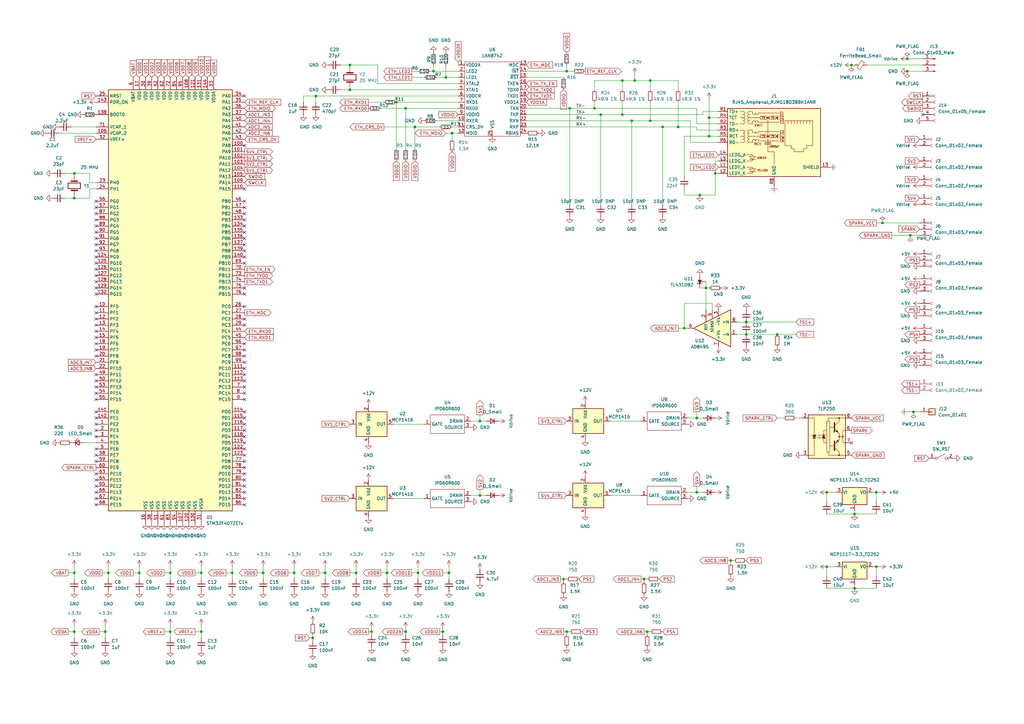
<source format=kicad_sch>
(kicad_sch (version 20211123) (generator eeschema)
  (paper "A3")
  (junction (at 129.54 39.37))
  (junction (at 350.52 241.3))
  (junction (at 128.27 261.62))
  (junction (at 374.65 168.91))
  (junction (at 265.43 259.08))
  (junction (at 339.09 232.41))
  (junction (at 372.11 29.21))
  (junction (at 158.75 234.95))
  (junction (at 246.38 46.99))
  (junction (at 232.41 29.21))
  (junction (at 278.13 52.07))
  (junction (at 306.07 137.16))
  (junction (at 339.09 201.93))
  (junction (at 184.15 234.95))
  (junction (at 231.14 237.49))
  (junction (at 259.08 49.53))
  (junction (at 152.4 259.08))
  (junction (at 143.51 36.83))
  (junction (at 306.07 132.08))
  (junction (at 255.27 33.02))
  (junction (at 350.52 210.82))
  (junction (at 185.42 54.61))
  (junction (at 243.84 44.45))
  (junction (at 146.05 234.95))
  (junction (at 181.61 259.08))
  (junction (at 255.27 46.99))
  (junction (at 44.45 234.95))
  (junction (at 177.8 29.21))
  (junction (at 361.95 91.44))
  (junction (at 30.48 81.28))
  (junction (at 182.88 31.75))
  (junction (at 196.85 172.72))
  (junction (at 133.35 234.95))
  (junction (at 170.18 52.07))
  (junction (at 373.38 96.52))
  (junction (at 264.16 237.49))
  (junction (at 232.41 259.08))
  (junction (at 166.37 259.08))
  (junction (at 233.68 44.45))
  (junction (at 82.55 259.08))
  (junction (at 69.85 259.08))
  (junction (at 289.56 118.11))
  (junction (at 171.45 234.95))
  (junction (at 271.78 52.07))
  (junction (at 30.48 71.12))
  (junction (at 196.85 203.2))
  (junction (at 359.41 232.41))
  (junction (at 299.72 229.87))
  (junction (at 57.15 234.95))
  (junction (at 280.67 134.62))
  (junction (at 285.75 171.45))
  (junction (at 69.85 234.95))
  (junction (at 162.56 41.91))
  (junction (at 349.25 26.67))
  (junction (at 266.7 49.53))
  (junction (at 143.51 26.67))
  (junction (at 30.48 234.95))
  (junction (at 290.83 55.88))
  (junction (at 43.18 259.08))
  (junction (at 372.11 24.13))
  (junction (at 166.37 44.45))
  (junction (at 30.48 259.08))
  (junction (at 266.7 33.02))
  (junction (at 287.02 80.01))
  (junction (at 120.65 234.95))
  (junction (at 359.41 201.93))
  (junction (at 293.37 71.12))
  (junction (at 260.35 33.02))
  (junction (at 285.75 201.93))
  (junction (at 82.55 234.95))
  (junction (at 318.77 137.16))
  (junction (at 107.95 234.95))
  (junction (at 290.83 48.26))
  (junction (at 95.25 234.95))
  (no_connect (at 39.37 146.05))
  (no_connect (at 39.37 153.67))
  (no_connect (at 39.37 156.21))
  (no_connect (at 39.37 158.75))
  (no_connect (at 39.37 161.29))
  (no_connect (at 39.37 163.83))
  (no_connect (at 39.37 168.91))
  (no_connect (at 39.37 171.45))
  (no_connect (at 39.37 173.99))
  (no_connect (at 39.37 176.53))
  (no_connect (at 39.37 179.07))
  (no_connect (at 39.37 184.15))
  (no_connect (at 39.37 186.69))
  (no_connect (at 39.37 189.23))
  (no_connect (at 39.37 201.93))
  (no_connect (at 39.37 194.31))
  (no_connect (at 39.37 196.85))
  (no_connect (at 39.37 199.39))
  (no_connect (at 39.37 204.47))
  (no_connect (at 39.37 207.01))
  (no_connect (at 39.37 105.41))
  (no_connect (at 39.37 107.95))
  (no_connect (at 39.37 110.49))
  (no_connect (at 39.37 113.03))
  (no_connect (at 39.37 115.57))
  (no_connect (at 39.37 118.11))
  (no_connect (at 39.37 120.65))
  (no_connect (at 39.37 125.73))
  (no_connect (at 39.37 128.27))
  (no_connect (at 39.37 130.81))
  (no_connect (at 39.37 133.35))
  (no_connect (at 39.37 135.89))
  (no_connect (at 39.37 138.43))
  (no_connect (at 39.37 140.97))
  (no_connect (at 39.37 143.51))
  (no_connect (at 349.25 181.61))
  (no_connect (at 378.46 46.99))
  (no_connect (at 39.37 102.87))
  (no_connect (at 39.37 97.79))
  (no_connect (at 39.37 100.33))
  (no_connect (at 39.37 90.17))
  (no_connect (at 39.37 92.71))
  (no_connect (at 39.37 95.25))
  (no_connect (at 39.37 87.63))
  (no_connect (at 39.37 82.55))
  (no_connect (at 39.37 85.09))
  (no_connect (at 100.33 179.07))
  (no_connect (at 100.33 194.31))
  (no_connect (at 100.33 196.85))
  (no_connect (at 100.33 199.39))
  (no_connect (at 100.33 201.93))
  (no_connect (at 100.33 118.11))
  (no_connect (at 100.33 120.65))
  (no_connect (at 100.33 77.47))
  (no_connect (at 100.33 82.55))
  (no_connect (at 100.33 85.09))
  (no_connect (at 100.33 87.63))
  (no_connect (at 100.33 90.17))
  (no_connect (at 100.33 92.71))
  (no_connect (at 100.33 95.25))
  (no_connect (at 100.33 97.79))
  (no_connect (at 100.33 100.33))
  (no_connect (at 100.33 102.87))
  (no_connect (at 100.33 105.41))
  (no_connect (at 100.33 107.95))
  (no_connect (at 100.33 125.73))
  (no_connect (at 100.33 130.81))
  (no_connect (at 100.33 133.35))
  (no_connect (at 100.33 207.01))
  (no_connect (at 100.33 204.47))
  (no_connect (at 100.33 140.97))
  (no_connect (at 100.33 143.51))
  (no_connect (at 100.33 146.05))
  (no_connect (at 100.33 148.59))
  (no_connect (at 100.33 151.13))
  (no_connect (at 100.33 153.67))
  (no_connect (at 100.33 156.21))
  (no_connect (at 100.33 158.75))
  (no_connect (at 100.33 161.29))
  (no_connect (at 100.33 163.83))
  (no_connect (at 100.33 168.91))
  (no_connect (at 100.33 171.45))
  (no_connect (at 100.33 173.99))
  (no_connect (at 100.33 176.53))
  (no_connect (at 100.33 181.61))
  (no_connect (at 100.33 184.15))
  (no_connect (at 100.33 186.69))
  (no_connect (at 100.33 189.23))
  (no_connect (at 100.33 191.77))
  (no_connect (at 100.33 39.37))
  (no_connect (at 100.33 59.69))
  (wire (pts (xy 156.21 44.45) (xy 166.37 44.45)))
  (wire (pts (xy 196.85 203.2) (xy 199.39 203.2)))
  (wire (pts (xy 255.27 33.02) (xy 255.27 36.83)))
  (wire (pts (xy 184.15 234.95) (xy 184.15 232.41)))
  (wire (pts (xy 264.16 237.49) (xy 265.43 237.49)))
  (wire (pts (xy 30.48 81.28) (xy 36.83 81.28)))
  (wire (pts (xy 243.84 33.02) (xy 255.27 33.02)))
  (wire (pts (xy 166.37 259.08) (xy 166.37 257.81)))
  (wire (pts (xy 120.65 234.95) (xy 120.65 232.41)))
  (wire (pts (xy 285.75 168.91) (xy 285.75 171.45)))
  (wire (pts (xy 120.65 234.95) (xy 120.65 237.49)))
  (wire (pts (xy 290.83 40.64) (xy 290.83 48.26)))
  (wire (pts (xy 215.9 44.45) (xy 233.68 44.45)))
  (wire (pts (xy 231.14 237.49) (xy 232.41 237.49)))
  (wire (pts (xy 283.21 58.42) (xy 294.64 58.42)))
  (wire (pts (xy 262.89 237.49) (xy 264.16 237.49)))
  (wire (pts (xy 372.11 168.91) (xy 374.65 168.91)))
  (wire (pts (xy 24.13 54.61) (xy 39.37 54.61)))
  (wire (pts (xy 80.01 259.08) (xy 82.55 259.08)))
  (wire (pts (xy 107.95 234.95) (xy 107.95 237.49)))
  (wire (pts (xy 139.7 26.67) (xy 143.51 26.67)))
  (wire (pts (xy 298.45 229.87) (xy 299.72 229.87)))
  (wire (pts (xy 181.61 259.08) (xy 181.61 260.35)))
  (wire (pts (xy 193.04 172.72) (xy 196.85 172.72)))
  (wire (pts (xy 232.41 259.08) (xy 233.68 259.08)))
  (wire (pts (xy 82.55 234.95) (xy 82.55 232.41)))
  (wire (pts (xy 44.45 234.95) (xy 44.45 237.49)))
  (wire (pts (xy 271.78 52.07) (xy 271.78 83.82)))
  (wire (pts (xy 124.46 39.37) (xy 124.46 41.91)))
  (wire (pts (xy 231.14 259.08) (xy 232.41 259.08)))
  (wire (pts (xy 54.61 234.95) (xy 57.15 234.95)))
  (wire (pts (xy 246.38 46.99) (xy 255.27 46.99)))
  (wire (pts (xy 130.81 234.95) (xy 133.35 234.95)))
  (wire (pts (xy 69.85 259.08) (xy 69.85 261.62)))
  (wire (pts (xy 293.37 66.04) (xy 293.37 71.12)))
  (wire (pts (xy 57.15 234.95) (xy 57.15 237.49)))
  (wire (pts (xy 168.91 31.75) (xy 173.99 31.75)))
  (wire (pts (xy 306.07 132.08) (xy 326.39 132.08)))
  (wire (pts (xy 350.52 210.82) (xy 350.52 209.55)))
  (wire (pts (xy 289.56 118.11) (xy 289.56 127)))
  (wire (pts (xy 233.68 44.45) (xy 233.68 83.82)))
  (wire (pts (xy 185.42 54.61) (xy 187.96 54.61)))
  (wire (pts (xy 287.02 118.11) (xy 289.56 118.11)))
  (wire (pts (xy 30.48 259.08) (xy 30.48 261.62)))
  (wire (pts (xy 143.51 26.67) (xy 143.51 27.94)))
  (wire (pts (xy 278.13 33.02) (xy 266.7 33.02)))
  (wire (pts (xy 187.96 34.29) (xy 154.94 34.29)))
  (wire (pts (xy 359.41 91.44) (xy 361.95 91.44)))
  (wire (pts (xy 289.56 115.57) (xy 289.56 118.11)))
  (wire (pts (xy 146.05 234.95) (xy 146.05 232.41)))
  (wire (pts (xy 34.29 181.61) (xy 39.37 181.61)))
  (wire (pts (xy 358.14 201.93) (xy 359.41 201.93)))
  (wire (pts (xy 67.31 234.95) (xy 69.85 234.95)))
  (wire (pts (xy 318.77 137.16) (xy 326.39 137.16)))
  (wire (pts (xy 361.95 91.44) (xy 377.19 91.44)))
  (wire (pts (xy 30.48 81.28) (xy 30.48 80.01)))
  (wire (pts (xy 82.55 259.08) (xy 82.55 261.62)))
  (wire (pts (xy 285.75 53.34) (xy 294.64 53.34)))
  (wire (pts (xy 306.07 137.16) (xy 318.77 137.16)))
  (wire (pts (xy 95.25 234.95) (xy 95.25 237.49)))
  (wire (pts (xy 278.13 52.07) (xy 278.13 41.91)))
  (wire (pts (xy 283.21 49.53) (xy 283.21 58.42)))
  (wire (pts (xy 359.41 232.41) (xy 359.41 236.22)))
  (wire (pts (xy 326.39 171.45) (xy 328.93 171.45)))
  (wire (pts (xy 288.29 45.72) (xy 294.64 45.72)))
  (wire (pts (xy 168.91 234.95) (xy 171.45 234.95)))
  (wire (pts (xy 288.29 46.99) (xy 288.29 45.72)))
  (wire (pts (xy 187.96 25.4) (xy 187.96 26.67)))
  (wire (pts (xy 293.37 71.12) (xy 293.37 80.01)))
  (wire (pts (xy 318.77 171.45) (xy 321.31 171.45)))
  (wire (pts (xy 39.37 74.93) (xy 36.83 74.93)))
  (wire (pts (xy 243.84 44.45) (xy 285.75 44.45)))
  (wire (pts (xy 232.41 26.67) (xy 232.41 29.21)))
  (wire (pts (xy 162.56 41.91) (xy 187.96 41.91)))
  (wire (pts (xy 290.83 48.26) (xy 290.83 55.88)))
  (wire (pts (xy 359.41 205.74) (xy 359.41 201.93)))
  (wire (pts (xy 143.51 36.83) (xy 143.51 35.56)))
  (wire (pts (xy 215.9 52.07) (xy 271.78 52.07)))
  (wire (pts (xy 278.13 134.62) (xy 280.67 134.62)))
  (wire (pts (xy 285.75 52.07) (xy 285.75 53.34)))
  (wire (pts (xy 156.21 234.95) (xy 158.75 234.95)))
  (wire (pts (xy 339.09 201.93) (xy 342.9 201.93)))
  (wire (pts (xy 69.85 234.95) (xy 69.85 237.49)))
  (wire (pts (xy 196.85 170.18) (xy 196.85 172.72)))
  (wire (pts (xy 39.37 77.47) (xy 36.83 77.47)))
  (wire (pts (xy 196.85 200.66) (xy 196.85 203.2)))
  (wire (pts (xy 359.41 232.41) (xy 360.68 232.41)))
  (wire (pts (xy 166.37 259.08) (xy 166.37 260.35)))
  (wire (pts (xy 161.29 204.47) (xy 173.99 204.47)))
  (wire (pts (xy 339.09 232.41) (xy 339.09 236.22)))
  (wire (pts (xy 158.75 234.95) (xy 158.75 232.41)))
  (wire (pts (xy 124.46 39.37) (xy 129.54 39.37)))
  (wire (pts (xy 30.48 259.08) (xy 30.48 256.54)))
  (wire (pts (xy 171.45 234.95) (xy 171.45 232.41)))
  (wire (pts (xy 280.67 134.62) (xy 281.94 134.62)))
  (wire (pts (xy 177.8 29.21) (xy 187.96 29.21)))
  (wire (pts (xy 152.4 259.08) (xy 152.4 257.81)))
  (wire (pts (xy 264.16 259.08) (xy 265.43 259.08)))
  (wire (pts (xy 129.54 39.37) (xy 129.54 41.91)))
  (wire (pts (xy 260.35 33.02) (xy 266.7 33.02)))
  (wire (pts (xy 350.52 210.82) (xy 359.41 210.82)))
  (wire (pts (xy 281.94 201.93) (xy 285.75 201.93)))
  (wire (pts (xy 82.55 259.08) (xy 82.55 256.54)))
  (wire (pts (xy 26.67 81.28) (xy 30.48 81.28)))
  (wire (pts (xy 152.4 259.08) (xy 152.4 260.35)))
  (wire (pts (xy 168.91 29.21) (xy 171.45 29.21)))
  (wire (pts (xy 255.27 46.99) (xy 288.29 46.99)))
  (wire (pts (xy 339.09 241.3) (xy 350.52 241.3)))
  (wire (pts (xy 229.87 237.49) (xy 231.14 237.49)))
  (wire (pts (xy 41.91 234.95) (xy 44.45 234.95)))
  (wire (pts (xy 69.85 234.95) (xy 69.85 232.41)))
  (wire (pts (xy 179.07 49.53) (xy 187.96 49.53)))
  (wire (pts (xy 339.09 201.93) (xy 339.09 205.74)))
  (wire (pts (xy 176.53 29.21) (xy 177.8 29.21)))
  (wire (pts (xy 255.27 33.02) (xy 260.35 33.02)))
  (wire (pts (xy 105.41 234.95) (xy 107.95 234.95)))
  (wire (pts (xy 107.95 234.95) (xy 107.95 232.41)))
  (wire (pts (xy 185.42 54.61) (xy 185.42 57.15)))
  (wire (pts (xy 166.37 44.45) (xy 187.96 44.45)))
  (wire (pts (xy 26.67 71.12) (xy 30.48 71.12)))
  (wire (pts (xy 157.48 52.07) (xy 170.18 52.07)))
  (wire (pts (xy 127 261.62) (xy 128.27 261.62)))
  (wire (pts (xy 365.76 96.52) (xy 373.38 96.52)))
  (wire (pts (xy 359.41 232.41) (xy 358.14 232.41)))
  (wire (pts (xy 36.83 71.12) (xy 30.48 71.12)))
  (wire (pts (xy 266.7 36.83) (xy 266.7 33.02)))
  (wire (pts (xy 299.72 229.87) (xy 299.72 231.14)))
  (wire (pts (xy 266.7 49.53) (xy 266.7 41.91)))
  (wire (pts (xy 280.67 77.47) (xy 280.67 80.01)))
  (wire (pts (xy 232.41 29.21) (xy 234.95 29.21)))
  (wire (pts (xy 350.52 241.3) (xy 350.52 240.03)))
  (wire (pts (xy 231.14 237.49) (xy 231.14 238.76)))
  (wire (pts (xy 290.83 55.88) (xy 280.67 55.88)))
  (wire (pts (xy 165.1 259.08) (xy 166.37 259.08)))
  (wire (pts (xy 30.48 234.95) (xy 30.48 237.49)))
  (wire (pts (xy 290.83 55.88) (xy 294.64 55.88)))
  (wire (pts (xy 182.88 26.67) (xy 182.88 31.75)))
  (wire (pts (xy 92.71 234.95) (xy 95.25 234.95)))
  (wire (pts (xy 302.26 132.08) (xy 306.07 132.08)))
  (wire (pts (xy 118.11 234.95) (xy 120.65 234.95)))
  (wire (pts (xy 171.45 234.95) (xy 171.45 237.49)))
  (wire (pts (xy 287.02 80.01) (xy 293.37 80.01)))
  (wire (pts (xy 266.7 49.53) (xy 283.21 49.53)))
  (wire (pts (xy 143.51 36.83) (xy 187.96 36.83)))
  (wire (pts (xy 129.54 39.37) (xy 187.96 39.37)))
  (wire (pts (xy 280.67 55.88) (xy 280.67 72.39)))
  (wire (pts (xy 215.9 31.75) (xy 231.14 31.75)))
  (wire (pts (xy 27.94 234.95) (xy 30.48 234.95)))
  (wire (pts (xy 278.13 36.83) (xy 278.13 33.02)))
  (wire (pts (xy 233.68 44.45) (xy 243.84 44.45)))
  (wire (pts (xy 294.64 66.04) (xy 293.37 66.04)))
  (wire (pts (xy 285.75 44.45) (xy 285.75 50.8)))
  (wire (pts (xy 43.18 259.08) (xy 43.18 261.62)))
  (wire (pts (xy 161.29 173.99) (xy 173.99 173.99)))
  (wire (pts (xy 374.65 168.91) (xy 377.19 168.91)))
  (wire (pts (xy 128.27 261.62) (xy 128.27 262.89)))
  (wire (pts (xy 196.85 172.72) (xy 199.39 172.72)))
  (wire (pts (xy 302.26 137.16) (xy 306.07 137.16)))
  (wire (pts (xy 36.83 77.47) (xy 36.83 81.28)))
  (wire (pts (xy 185.42 52.07) (xy 187.96 52.07)))
  (wire (pts (xy 44.45 234.95) (xy 44.45 232.41)))
  (wire (pts (xy 181.61 234.95) (xy 184.15 234.95)))
  (wire (pts (xy 170.18 52.07) (xy 180.34 52.07)))
  (wire (pts (xy 280.67 124.46) (xy 280.67 134.62)))
  (wire (pts (xy 193.04 203.2) (xy 196.85 203.2)))
  (wire (pts (xy 69.85 259.08) (xy 69.85 256.54)))
  (wire (pts (xy 259.08 49.53) (xy 266.7 49.53)))
  (wire (pts (xy 285.75 50.8) (xy 294.64 50.8)))
  (wire (pts (xy 265.43 259.08) (xy 265.43 260.35)))
  (wire (pts (xy 292.1 124.46) (xy 280.67 124.46)))
  (wire (pts (xy 146.05 234.95) (xy 146.05 237.49)))
  (wire (pts (xy 250.19 172.72) (xy 262.89 172.72)))
  (wire (pts (xy 182.88 31.75) (xy 187.96 31.75)))
  (wire (pts (xy 158.75 234.95) (xy 158.75 237.49)))
  (wire (pts (xy 36.83 74.93) (xy 36.83 71.12)))
  (wire (pts (xy 280.67 80.01) (xy 287.02 80.01)))
  (wire (pts (xy 250.19 203.2) (xy 262.89 203.2)))
  (wire (pts (xy 151.13 41.91) (xy 157.48 41.91)))
  (wire (pts (xy 40.64 259.08) (xy 43.18 259.08)))
  (wire (pts (xy 82.55 234.95) (xy 82.55 237.49)))
  (wire (pts (xy 285.75 171.45) (xy 288.29 171.45)))
  (wire (pts (xy 162.56 41.91) (xy 162.56 60.96)))
  (wire (pts (xy 285.75 199.39) (xy 285.75 201.93)))
  (wire (pts (xy 255.27 46.99) (xy 255.27 41.91)))
  (wire (pts (xy 95.25 234.95) (xy 95.25 232.41)))
  (wire (pts (xy 290.83 118.11) (xy 289.56 118.11)))
  (wire (pts (xy 177.8 29.21) (xy 177.8 26.67)))
  (wire (pts (xy 281.94 171.45) (xy 285.75 171.45)))
  (wire (pts (xy 128.27 261.62) (xy 128.27 260.35)))
  (wire (pts (xy 166.37 60.96) (xy 166.37 44.45)))
  (wire (pts (xy 355.6 26.67) (xy 378.46 26.67)))
  (wire (pts (xy 80.01 234.95) (xy 82.55 234.95)))
  (wire (pts (xy 290.83 48.26) (xy 294.64 48.26)))
  (wire (pts (xy 285.75 201.93) (xy 288.29 201.93)))
  (wire (pts (xy 349.25 26.67) (xy 350.52 26.67)))
  (wire (pts (xy 139.7 36.83) (xy 143.51 36.83)))
  (wire (pts (xy 43.18 259.08) (xy 43.18 256.54)))
  (wire (pts (xy 27.94 259.08) (xy 30.48 259.08)))
  (wire (pts (xy 243.84 41.91) (xy 243.84 44.45)))
  (wire (pts (xy 57.15 234.95) (xy 57.15 232.41)))
  (wire (pts (xy 278.13 52.07) (xy 285.75 52.07)))
  (wire (pts (xy 359.41 201.93) (xy 360.68 201.93)))
  (wire (pts (xy 182.88 54.61) (xy 185.42 54.61)))
  (wire (pts (xy 215.9 46.99) (xy 246.38 46.99)))
  (wire (pts (xy 170.18 52.07) (xy 170.18 60.96)))
  (wire (pts (xy 30.48 71.12) (xy 30.48 72.39)))
  (wire (pts (xy 259.08 49.53) (xy 259.08 83.82)))
  (wire (pts (xy 260.35 30.48) (xy 260.35 33.02)))
  (wire (pts (xy 246.38 46.99) (xy 246.38 83.82)))
  (wire (pts (xy 299.72 229.87) (xy 300.99 229.87)))
  (wire (pts (xy 294.64 71.12) (xy 293.37 71.12)))
  (wire (pts (xy 373.38 96.52) (xy 377.19 96.52)))
  (wire (pts (xy 179.07 31.75) (xy 182.88 31.75)))
  (wire (pts (xy 232.41 259.08) (xy 232.41 260.35)))
  (wire (pts (xy 215.9 29.21) (xy 232.41 29.21)))
  (wire (pts (xy 143.51 234.95) (xy 146.05 234.95)))
  (wire (pts (xy 264.16 237.49) (xy 264.16 238.76)))
  (wire (pts (xy 271.78 52.07) (xy 278.13 52.07)))
  (wire (pts (xy 372.11 24.13) (xy 378.46 24.13)))
  (wire (pts (xy 133.35 234.95) (xy 133.35 237.49)))
  (wire (pts (xy 215.9 49.53) (xy 259.08 49.53)))
  (wire (pts (xy 339.09 210.82) (xy 350.52 210.82)))
  (wire (pts (xy 350.52 241.3) (xy 359.41 241.3)))
  (wire (pts (xy 265.43 259.08) (xy 266.7 259.08)))
  (wire (pts (xy 67.31 259.08) (xy 69.85 259.08)))
  (wire (pts (xy 29.21 52.07) (xy 39.37 52.07)))
  (wire (pts (xy 243.84 36.83) (xy 243.84 33.02)))
  (wire (pts (xy 154.94 26.67) (xy 143.51 26.67)))
  (wire (pts (xy 372.11 29.21) (xy 378.46 29.21)))
  (wire (pts (xy 151.13 259.08) (xy 152.4 259.08)))
  (wire (pts (xy 184.15 234.95) (xy 184.15 237.49)))
  (wire (pts (xy 154.94 34.29) (xy 154.94 26.67)))
  (wire (pts (xy 292.1 127) (xy 292.1 124.46)))
  (wire (pts (xy 30.48 234.95) (xy 30.48 232.41)))
  (wire (pts (xy 339.09 232.41) (xy 342.9 232.41)))
  (wire (pts (xy 181.61 259.08) (xy 181.61 257.81)))
  (wire (pts (xy 133.35 234.95) (xy 133.35 232.41)))
  (wire (pts (xy 180.34 259.08) (xy 181.61 259.08)))
  (label "RX-" (at 236.22 49.53 0))
  (label "RX+" (at 236.22 52.07 0))
  (label "TX-" (at 236.22 44.45 0))
  (label "TX+" (at 236.22 46.99 0))
  (global_label "VDD7" (shape input) (at 74.93 31.75 90) (property "Intersheet References" "${INTERSHEET_REFS}" (effects hide)))
  (global_label "VDD6" (shape output) (at 118.11 234.95 180) (property "Intersheet References" "${INTERSHEET_REFS}" (effects hide)))
  (global_label "ETH_LED1" (shape input) (at 294.64 63.5 180) (property "Intersheet References" "${INTERSHEET_REFS}" (effects hide)))
  (global_label "ETH_TXD1" (shape input) (at 215.9 39.37 0) (property "Intersheet References" "${INTERSHEET_REFS}" (effects hide)))
  (global_label "VDD5" (shape input) (at 69.85 31.75 90) (property "Intersheet References" "${INTERSHEET_REFS}" (effects hide)))
  (global_label "PS2" (shape output) (at 377.19 116.84 180) (property "Intersheet References" "${INTERSHEET_REFS}" (effects hide)))
  (global_label "VDD0" (shape input) (at 57.15 31.75 90) (property "Intersheet References" "${INTERSHEET_REFS}" (effects hide)))
  (global_label "SPARK_GND" (shape input) (at 349.25 186.69 0) (property "Intersheet References" "${INTERSHEET_REFS}" (effects hide)))
  (global_label "ADC3_IN7" (shape output) (at 278.13 134.62 180) (property "Intersheet References" "${INTERSHEET_REFS}" (effects hide)))
  (global_label "SV1_CTRL" (shape input) (at 143.51 173.99 180) (property "Intersheet References" "${INTERSHEET_REFS}" (effects hide)))
  (global_label "VDDIO" (shape output) (at 180.34 259.08 180) (property "Intersheet References" "${INTERSHEET_REFS}" (effects hide)))
  (global_label "ETH_RXD1" (shape input) (at 100.33 138.43 0) (property "Intersheet References" "${INTERSHEET_REFS}" (effects hide)))
  (global_label "ADC1_IN3" (shape input) (at 100.33 46.99 0) (property "Intersheet References" "${INTERSHEET_REFS}" (effects hide)))
  (global_label "VDDIO" (shape input) (at 187.96 46.99 180) (property "Intersheet References" "${INTERSHEET_REFS}" (effects hide)))
  (global_label "ADC2_IN6" (shape output) (at 264.16 259.08 180) (property "Intersheet References" "${INTERSHEET_REFS}" (effects hide)))
  (global_label "ETH_TX_EN" (shape input) (at 215.9 34.29 0) (property "Intersheet References" "${INTERSHEET_REFS}" (effects hide)))
  (global_label "SWCLK" (shape input) (at 100.33 74.93 0) (property "Intersheet References" "${INTERSHEET_REFS}" (effects hide)))
  (global_label "VDD10" (shape output) (at 168.91 234.95 180) (property "Intersheet References" "${INTERSHEET_REFS}" (effects hide)))
  (global_label "VDDIO" (shape input) (at 162.56 66.04 270) (property "Intersheet References" "${INTERSHEET_REFS}" (effects hide)))
  (global_label "ETH_LED1" (shape output) (at 168.91 31.75 180) (property "Intersheet References" "${INTERSHEET_REFS}" (effects hide)))
  (global_label "SV3_CTRL" (shape input) (at 232.41 172.72 180) (property "Intersheet References" "${INTERSHEET_REFS}" (effects hide)))
  (global_label "SV4_CTRL" (shape input) (at 232.41 203.2 180) (property "Intersheet References" "${INTERSHEET_REFS}" (effects hide)))
  (global_label "RST" (shape input) (at 127 261.62 180) (property "Intersheet References" "${INTERSHEET_REFS}" (effects hide)))
  (global_label "ETH_MDC" (shape input) (at 215.9 26.67 0) (property "Intersheet References" "${INTERSHEET_REFS}" (effects hide)))
  (global_label "ETH_CRS_DV" (shape input) (at 100.33 57.15 0) (property "Intersheet References" "${INTERSHEET_REFS}" (effects hide)))
  (global_label "VDD1A" (shape output) (at 151.13 259.08 180) (property "Intersheet References" "${INTERSHEET_REFS}" (effects hide)))
  (global_label "ADC1_IN4" (shape input) (at 100.33 49.53 0) (property "Intersheet References" "${INTERSHEET_REFS}" (effects hide)))
  (global_label "VREF+" (shape output) (at 67.31 259.08 180) (property "Intersheet References" "${INTERSHEET_REFS}" (effects hide)))
  (global_label "ADC2_IN5" (shape output) (at 231.14 259.08 180) (property "Intersheet References" "${INTERSHEET_REFS}" (effects hide)))
  (global_label "VDD4" (shape input) (at 67.31 31.75 90) (property "Intersheet References" "${INTERSHEET_REFS}" (effects hide)))
  (global_label "ADC2_IN5" (shape input) (at 100.33 52.07 0) (property "Intersheet References" "${INTERSHEET_REFS}" (effects hide)))
  (global_label "PS4" (shape output) (at 377.19 137.16 180) (property "Intersheet References" "${INTERSHEET_REFS}" (effects hide)))
  (global_label "SV2_CTRL" (shape output) (at 100.33 67.31 0) (property "Intersheet References" "${INTERSHEET_REFS}" (effects hide)))
  (global_label "VDD7" (shape output) (at 130.81 234.95 180) (property "Intersheet References" "${INTERSHEET_REFS}" (effects hide)))
  (global_label "VDD11" (shape output) (at 181.61 234.95 180) (property "Intersheet References" "${INTERSHEET_REFS}" (effects hide)))
  (global_label "VDD3" (shape output) (at 80.01 234.95 180) (property "Intersheet References" "${INTERSHEET_REFS}" (effects hide)))
  (global_label "VREF+" (shape input) (at 39.37 57.15 180) (property "Intersheet References" "${INTERSHEET_REFS}" (effects hide)))
  (global_label "TS1+" (shape output) (at 377.19 157.48 180) (property "Intersheet References" "${INTERSHEET_REFS}" (effects hide)))
  (global_label "SPARK_GND" (shape output) (at 365.76 96.52 180) (property "Intersheet References" "${INTERSHEET_REFS}" (effects hide)))
  (global_label "SV4" (shape output) (at 285.75 199.39 90) (property "Intersheet References" "${INTERSHEET_REFS}" (effects hide)))
  (global_label "TS1-" (shape output) (at 377.19 160.02 180) (property "Intersheet References" "${INTERSHEET_REFS}" (effects hide)))
  (global_label "VDD5" (shape output) (at 105.41 234.95 180) (property "Intersheet References" "${INTERSHEET_REFS}" (effects hide)))
  (global_label "PS4" (shape input) (at 271.78 259.08 0) (property "Intersheet References" "${INTERSHEET_REFS}" (effects hide)))
  (global_label "VDD3" (shape input) (at 64.77 31.75 90) (property "Intersheet References" "${INTERSHEET_REFS}" (effects hide)))
  (global_label "SWDIO" (shape input) (at 100.33 72.39 0) (property "Intersheet References" "${INTERSHEET_REFS}" (effects hide)))
  (global_label "VDDA" (shape output) (at 40.64 259.08 180) (property "Intersheet References" "${INTERSHEET_REFS}" (effects hide)))
  (global_label "SV1_CTRL" (shape output) (at 100.33 69.85 0) (property "Intersheet References" "${INTERSHEET_REFS}" (effects hide)))
  (global_label "VDD0" (shape output) (at 41.91 234.95 180) (property "Intersheet References" "${INTERSHEET_REFS}" (effects hide)))
  (global_label "PS5" (shape input) (at 306.07 229.87 0) (property "Intersheet References" "${INTERSHEET_REFS}" (effects hide)))
  (global_label "SPARK" (shape output) (at 349.25 176.53 0) (property "Intersheet References" "${INTERSHEET_REFS}" (effects hide)))
  (global_label "SPARK_CTRL" (shape input) (at 318.77 171.45 180) (property "Intersheet References" "${INTERSHEET_REFS}" (effects hide)))
  (global_label "ETH_TX_EN" (shape output) (at 100.33 110.49 0) (property "Intersheet References" "${INTERSHEET_REFS}" (effects hide)))
  (global_label "SV4_CTRL" (shape output) (at 100.33 62.23 0) (property "Intersheet References" "${INTERSHEET_REFS}" (effects hide)))
  (global_label "TS1+" (shape input) (at 326.39 132.08 0) (property "Intersheet References" "${INTERSHEET_REFS}" (effects hide)))
  (global_label "SWDIO" (shape output) (at 378.46 44.45 180) (property "Intersheet References" "${INTERSHEET_REFS}" (effects hide)))
  (global_label "VDDA" (shape input) (at 87.63 31.75 90) (property "Intersheet References" "${INTERSHEET_REFS}" (effects hide)))
  (global_label "ADC1_IN4" (shape output) (at 262.89 237.49 180) (property "Intersheet References" "${INTERSHEET_REFS}" (effects hide)))
  (global_label "VDDIO" (shape input) (at 170.18 66.04 270) (property "Intersheet References" "${INTERSHEET_REFS}" (effects hide)))
  (global_label "ADC3_IN8" (shape output) (at 298.45 229.87 180) (property "Intersheet References" "${INTERSHEET_REFS}" (effects hide)))
  (global_label "VREF+" (shape output) (at 80.01 259.08 180) (property "Intersheet References" "${INTERSHEET_REFS}" (effects hide)))
  (global_label "PS1" (shape output) (at 377.19 106.68 180) (property "Intersheet References" "${INTERSHEET_REFS}" (effects hide)))
  (global_label "VDD1" (shape input) (at 59.69 31.75 90) (property "Intersheet References" "${INTERSHEET_REFS}" (effects hide)))
  (global_label "SWCLK" (shape output) (at 378.46 41.91 180) (property "Intersheet References" "${INTERSHEET_REFS}" (effects hide)))
  (global_label "ETH_LED2" (shape input) (at 294.64 68.58 180) (property "Intersheet References" "${INTERSHEET_REFS}" (effects hide)))
  (global_label "RST" (shape input) (at 39.37 39.37 180) (property "Intersheet References" "${INTERSHEET_REFS}" (effects hide)))
  (global_label "ETH_TXD0" (shape input) (at 215.9 36.83 0) (property "Intersheet References" "${INTERSHEET_REFS}" (effects hide)))
  (global_label "ETH_LED2" (shape output) (at 168.91 29.21 180) (property "Intersheet References" "${INTERSHEET_REFS}" (effects hide)))
  (global_label "VDD8" (shape input) (at 77.47 31.75 90) (property "Intersheet References" "${INTERSHEET_REFS}" (effects hide)))
  (global_label "ETH_MDIO" (shape bidirectional) (at 182.88 54.61 180) (property "Intersheet References" "${INTERSHEET_REFS}" (effects hide)))
  (global_label "SV3" (shape output) (at 285.75 168.91 90) (property "Intersheet References" "${INTERSHEET_REFS}" (effects hide)))
  (global_label "ETH_MDIO" (shape bidirectional) (at 100.33 44.45 0) (property "Intersheet References" "${INTERSHEET_REFS}" (effects hide)))
  (global_label "SPARK_VCC" (shape input) (at 349.25 171.45 0) (property "Intersheet References" "${INTERSHEET_REFS}" (effects hide)))
  (global_label "SV1" (shape output) (at 196.85 170.18 90) (property "Intersheet References" "${INTERSHEET_REFS}" (effects hide)))
  (global_label "SPARK" (shape input) (at 377.19 93.98 180) (property "Intersheet References" "${INTERSHEET_REFS}" (effects hide)))
  (global_label "SV3_CTRL" (shape output) (at 100.33 64.77 0) (property "Intersheet References" "${INTERSHEET_REFS}" (effects hide)))
  (global_label "VDD1A" (shape input) (at 215.9 41.91 0) (property "Intersheet References" "${INTERSHEET_REFS}" (effects hide)))
  (global_label "VDD9" (shape output) (at 156.21 234.95 180) (property "Intersheet References" "${INTERSHEET_REFS}" (effects hide)))
  (global_label "ETH_TXD0" (shape output) (at 100.33 113.03 0) (property "Intersheet References" "${INTERSHEET_REFS}" (effects hide)))
  (global_label "VDDA" (shape output) (at 27.94 259.08 180) (property "Intersheet References" "${INTERSHEET_REFS}" (effects hide)))
  (global_label "PS3" (shape input) (at 238.76 259.08 0) (property "Intersheet References" "${INTERSHEET_REFS}" (effects hide)))
  (global_label "ETH_MDC" (shape output) (at 100.33 128.27 0) (property "Intersheet References" "${INTERSHEET_REFS}" (effects hide)))
  (global_label "SPARK_CTRL" (shape output) (at 39.37 191.77 180) (property "Intersheet References" "${INTERSHEET_REFS}" (effects hide)))
  (global_label "VBAT" (shape input) (at 54.61 31.75 90) (property "Intersheet References" "${INTERSHEET_REFS}" (effects hide)))
  (global_label "VDDIO" (shape input) (at 232.41 21.59 90) (property "Intersheet References" "${INTERSHEET_REFS}" (effects hide)))
  (global_label "PS5" (shape output) (at 377.19 147.32 180) (property "Intersheet References" "${INTERSHEET_REFS}" (effects hide)))
  (global_label "ETH_TXD1" (shape output) (at 100.33 115.57 0) (property "Intersheet References" "${INTERSHEET_REFS}" (effects hide)))
  (global_label "VDD2A" (shape input) (at 187.96 25.4 90) (property "Intersheet References" "${INTERSHEET_REFS}" (effects hide)))
  (global_label "ADC2_IN6" (shape input) (at 100.33 54.61 0) (property "Intersheet References" "${INTERSHEET_REFS}" (effects hide)))
  (global_label "VDD11" (shape input) (at 85.09 31.75 90) (property "Intersheet References" "${INTERSHEET_REFS}" (effects hide)))
  (global_label "ADC1_IN3" (shape output) (at 229.87 237.49 180) (property "Intersheet References" "${INTERSHEET_REFS}" (effects hide)))
  (global_label "SV2_CTRL" (shape input) (at 143.51 204.47 180) (property "Intersheet References" "${INTERSHEET_REFS}" (effects hide)))
  (global_label "SV2" (shape input) (at 377.19 66.04 180) (property "Intersheet References" "${INTERSHEET_REFS}" (effects hide)))
  (global_label "VDDIO" (shape input) (at 185.42 62.23 270) (property "Intersheet References" "${INTERSHEET_REFS}" (effects hide)))
  (global_label "PS3" (shape output) (at 377.19 127 180) (property "Intersheet References" "${INTERSHEET_REFS}" (effects hide)))
  (global_label "VDD2A" (shape output) (at 165.1 259.08 180) (property "Intersheet References" "${INTERSHEET_REFS}" (effects hide)))
  (global_label "SPARK_VCC" (shape output) (at 359.41 91.44 180) (property "Intersheet References" "${INTERSHEET_REFS}" (effects hide)))
  (global_label "VDD2" (shape input) (at 62.23 31.75 90) (property "Intersheet References" "${INTERSHEET_REFS}" (effects hide)))
  (global_label "SV4" (shape input) (at 377.19 81.28 180) (property "Intersheet References" "${INTERSHEET_REFS}" (effects hide)))
  (global_label "VDD10" (shape input) (at 82.55 31.75 90) (property "Intersheet References" "${INTERSHEET_REFS}" (effects hide)))
  (global_label "VDD9" (shape input) (at 80.01 31.75 90) (property "Intersheet References" "${INTERSHEET_REFS}" (effects hide)))
  (global_label "ETH_RXD1" (shape output) (at 151.13 41.91 180) (property "Intersheet References" "${INTERSHEET_REFS}" (effects hide)))
  (global_label "ETH_REF_CLK" (shape input) (at 100.33 41.91 0) (property "Intersheet References" "${INTERSHEET_REFS}" (effects hide)))
  (global_label "VBAT" (shape output) (at 27.94 234.95 180) (property "Intersheet References" "${INTERSHEET_REFS}" (effects hide)))
  (global_label "VDDIO" (shape input) (at 231.14 36.83 270) (property "Intersheet References" "${INTERSHEET_REFS}" (effects hide)))
  (global_label "ETH_CRS_DV" (shape output) (at 157.48 52.07 180) (property "Intersheet References" "${INTERSHEET_REFS}" (effects hide)))
  (global_label "VDD2" (shape output) (at 67.31 234.95 180) (property "Intersheet References" "${INTERSHEET_REFS}" (effects hide)))
  (global_label "SV3" (shape input) (at 377.19 73.66 180) (property "Intersheet References" "${INTERSHEET_REFS}" (effects hide)))
  (global_label "SV2" (shape output) (at 196.85 200.66 90) (property "Intersheet References" "${INTERSHEET_REFS}" (effects hide)))
  (global_label "PS2" (shape input) (at 270.51 237.49 0) (property "Intersheet References" "${INTERSHEET_REFS}" (effects hide)))
  (global_label "ADC3_IN8" (shape input) (at 39.37 151.13 180) (property "Intersheet References" "${INTERSHEET_REFS}" (effects hide)))
  (global_label "RST" (shape input) (at 381 187.96 180) (property "Intersheet References" "${INTERSHEET_REFS}" (effects hide)))
  (global_label "VDD4" (shape output) (at 92.71 234.95 180) (property "Intersheet References" "${INTERSHEET_REFS}" (effects hide)))
  (global_label "ETH_REF_CLK" (shape output) (at 240.03 29.21 0) (property "Intersheet References" "${INTERSHEET_REFS}" (effects hide)))
  (global_label "ETH_RXD0" (shape output) (at 151.13 44.45 180) (property "Intersheet References" "${INTERSHEET_REFS}" (effects hide)))
  (global_label "TS1-" (shape input) (at 326.39 137.16 0) (property "Intersheet References" "${INTERSHEET_REFS}" (effects hide)))
  (global_label "VDD8" (shape output) (at 143.51 234.95 180) (property "Intersheet References" "${INTERSHEET_REFS}" (effects hide)))
  (global_label "VDD6" (shape input) (at 72.39 31.75 90) (property "Intersheet References" "${INTERSHEET_REFS}" (effects hide)))
  (global_label "RST" (shape output) (at 378.46 39.37 180) (property "Intersheet References" "${INTERSHEET_REFS}" (effects hide)))
  (global_label "ETH_RXD0" (shape input) (at 100.33 135.89 0) (property "Intersheet References" "${INTERSHEET_REFS}" (effects hide)))
  (global_label "ADC3_IN7" (shape input) (at 39.37 148.59 180) (property "Intersheet References" "${INTERSHEET_REFS}" (effects hide)))
  (global_label "VDD1" (shape output) (at 54.61 234.95 180) (property "Intersheet References" "${INTERSHEET_REFS}" (effects hide)))
  (global_label "PS1" (shape input) (at 237.49 237.49 0) (property "Intersheet References" "${INTERSHEET_REFS}" (effects hide)))
  (global_label "VDDIO" (shape input) (at 166.37 66.04 270) (property "Intersheet References" "${INTERSHEET_REFS}" (effects hide)))
  (global_label "SV1" (shape input) (at 377.19 57.15 180) (property "Intersheet References" "${INTERSHEET_REFS}" (effects hide)))
  (symbol (lib_id "power:GND") (at 21.59 71.12 270) (unit 1)
    (property "Reference" "#PWR02" (effects hide))
    (property "Value" "GND" (at 17.78 71.1199 90) (effects (justify right)))
  )
  (symbol (lib_id "Device:C_Small") (at 306.07 129.54 0) (unit 1)
    (property "Reference" "C36" (at 308.61 128.2762 0) (effects (justify left)))
    (property "Value" "10nF" (at 308.61 130.8162 0) (effects (justify left)))
    (property "Footprint" "Capacitor_SMD:C_0603_1608Metric_Pad1.08x0.95mm_HandSolder" (effects hide))
  )
  (symbol (lib_id "Device:C_Small") (at 95.25 240.03 0) (unit 1)
    (property "Reference" "C14" (at 97.79 238.7662 0) (effects (justify left)))
    (property "Value" "100nF" (at 97.79 241.3062 0) (effects (justify left)))
    (property "Footprint" "Capacitor_SMD:C_0603_1608Metric_Pad1.08x0.95mm_HandSolder" (effects hide))
  )
  (symbol (lib_id "power:+3.3V") (at 82.55 256.54 0) (unit 1)
    (property "Reference" "#PWR033" (effects hide))
    (property "Value" "+3.3V" (at 82.55 251.46 0))
  )
  (symbol (lib_id "power:+3.3V") (at 294.64 142.24 180) (unit 1)
    (property "Reference" "#PWR099" (effects hide))
    (property "Value" "+3.3V" (at 294.64 147.32 0))
  )
  (symbol (lib_id "power:GND") (at 19.05 54.61 270) (unit 1)
    (property "Reference" "#PWR01" (effects hide))
    (property "Value" "GND" (at 16.51 54.61 90) (effects (justify right)))
  )
  (symbol (lib_id "power:Vdrive") (at 204.47 172.72 270) (unit 1)
    (property "Reference" "#PWR075" (effects hide))
    (property "Value" "Vdrive" (at 209.55 172.72 0))
  )
  (symbol (lib_id "Device:R_Small") (at 293.37 118.11 90) (unit 1)
    (property "Reference" "R33" (at 293.37 113.03 90))
    (property "Value" "1K" (at 293.37 115.57 90))
    (property "Footprint" "Resistor_SMD:R_0603_1608Metric_Pad0.98x0.95mm_HandSolder" (effects hide))
  )
  (symbol (lib_id "power:PWR_FLAG") (at 374.65 168.91 180) (unit 1)
    (property "Reference" "#FLG06" (effects hide))
    (property "Value" "PWR_FLAG" (at 374.65 173.99 0))
  )
  (symbol (lib_id "power:+3.3V") (at 184.15 232.41 0) (unit 1)
    (property "Reference" "#PWR068" (effects hide))
    (property "Value" "+3.3V" (at 184.15 227.33 0))
  )
  (symbol (lib_id "Device:C_Small") (at 82.55 264.16 0) (unit 1)
    (property "Reference" "C13" (at 85.09 262.8962 0) (effects (justify left)))
    (property "Value" "1uF" (at 85.09 265.4362 0) (effects (justify left)))
    (property "Footprint" "Capacitor_SMD:C_0603_1608Metric_Pad1.08x0.95mm_HandSolder" (effects hide))
  )
  (symbol (lib_id "Device:R_Small") (at 237.49 29.21 90) (unit 1)
    (property "Reference" "R22" (at 237.49 26.67 90))
    (property "Value" "33" (at 237.49 29.21 90))
    (property "Footprint" "Resistor_SMD:R_0603_1608Metric_Pad0.98x0.95mm_HandSolder" (effects hide))
  )
  (symbol (lib_id "power:GND") (at 264.16 243.84 0) (unit 1)
    (property "Reference" "#PWR090" (effects hide))
    (property "Value" "GND" (at 264.16 248.92 0))
  )
  (symbol (lib_id "power:Vdrive") (at 377.19 59.69 90) (unit 1)
    (property "Reference" "#PWR0120" (effects hide))
    (property "Value" "Vdrive" (at 373.38 59.6899 90) (effects (justify left)))
  )
  (symbol (lib_id "power:GND") (at 74.93 214.63 0) (unit 1)
    (property "Reference" "#PWR027" (effects hide))
    (property "Value" "GND" (at 74.93 219.71 0))
  )
  (symbol (lib_id "Device:C_Small") (at 359.41 238.76 0) (unit 1)
    (property "Reference" "C42" (at 361.95 237.4962 0) (effects (justify left)))
    (property "Value" "10uF" (at 361.95 240.0362 0) (effects (justify left)))
    (property "Footprint" "Capacitor_SMD:C_0603_1608Metric_Pad1.08x0.95mm_HandSolder" (effects hide))
  )
  (symbol (lib_id "Device:C_Small") (at 137.16 36.83 90) (unit 1)
    (property "Reference" "C21" (at 137.1663 30.48 90))
    (property "Value" "27pF" (at 137.1663 33.02 90))
    (property "Footprint" "Capacitor_SMD:C_0603_1608Metric_Pad1.08x0.95mm_HandSolder" (effects hide))
  )
  (symbol (lib_id "power:+3.3V") (at 107.95 232.41 0) (unit 1)
    (property "Reference" "#PWR037" (effects hide))
    (property "Value" "+3.3V" (at 107.95 227.33 0))
  )
  (symbol (lib_id "power:GND") (at 152.4 265.43 0) (unit 1)
    (property "Reference" "#PWR056" (effects hide))
    (property "Value" "GND" (at 152.4 270.51 0))
  )
  (symbol (lib_id "power:GND") (at 34.29 46.99 270) (unit 1)
    (property "Reference" "#PWR09" (effects hide))
    (property "Value" "GND" (at 31.75 46.99 90) (effects (justify right)))
  )
  (symbol (lib_id "power:GND") (at 299.72 236.22 0) (unit 1)
    (property "Reference" "#PWR081" (effects hide))
    (property "Value" "GND" (at 299.72 241.3 0))
  )
  (symbol (lib_id "Driver_FET:MCP1416") (at 240.03 203.2 0) (unit 1)
    (property "Reference" "U8" (at 254 198.8693 0))
    (property "Value" "MCP1416" (at 254 201.4093 0))
    (property "Footprint" "Package_TO_SOT_SMD:SOT-23-5" (effects hide))
    (property "Datasheet" "http://ww1.microchip.com/downloads/en/DeviceDoc/20002092F.pdf" (effects hide))
  )
  (symbol (lib_id "power:GND") (at 82.55 266.7 0) (unit 1)
    (property "Reference" "#PWR034" (effects hide))
    (property "Value" "GND" (at 82.55 271.78 0))
  )
  (symbol (lib_id "Connector:Conn_01x02_Female") (at 382.27 66.04 0) (unit 1)
    (property "Reference" "J3" (at 383.54 66.0399 0) (effects (justify left)))
    (property "Value" "Conn_01x02_Female" (at 383.54 68.5799 0) (effects (justify left)))
    (property "Footprint" "Connector_JST:JST_PH_S2B-PH-SM4-TB_1x02-1MP_P2.00mm_Horizontal" (effects hide))
  )
  (symbol (lib_id "power:GND") (at 306.07 142.24 0) (unit 1)
    (property "Reference" "#PWR0104" (effects hide))
    (property "Value" "GND" (at 306.07 147.32 0))
  )
  (symbol (lib_id "Driver_FET:MCP1416") (at 240.03 172.72 0) (unit 1)
    (property "Reference" "U7" (at 254 168.3893 0))
    (property "Value" "MCP1416" (at 254 170.9293 0))
    (property "Footprint" "Package_TO_SOT_SMD:SOT-23-5" (effects hide))
    (property "Datasheet" "http://ww1.microchip.com/downloads/en/DeviceDoc/20002092F.pdf" (effects hide))
  )
  (symbol (lib_id "power:GND") (at 80.01 214.63 0) (unit 1)
    (property "Reference" "#PWR029" (effects hide))
    (property "Value" "GND" (at 80.01 219.71 0))
  )
  (symbol (lib_id "Device:C_Small") (at 133.35 240.03 0) (unit 1)
    (property "Reference" "C19" (at 135.89 238.7662 0) (effects (justify left)))
    (property "Value" "100nF" (at 135.89 241.3062 0) (effects (justify left)))
    (property "Footprint" "Capacitor_SMD:C_0603_1608Metric_Pad1.08x0.95mm_HandSolder" (effects hide))
  )
  (symbol (lib_id "power:GND") (at 69.85 242.57 0) (unit 1)
    (property "Reference" "#PWR023" (effects hide))
    (property "Value" "GND" (at 69.85 247.65 0))
  )
  (symbol (lib_id "power:GND") (at 306.07 127 180) (unit 1)
    (property "Reference" "#PWR0103" (effects hide))
    (property "Value" "GND" (at 306.07 121.92 0))
  )
  (symbol (lib_id "Device:C_Small") (at 146.05 240.03 0) (unit 1)
    (property "Reference" "C23" (at 148.59 238.7662 0) (effects (justify left)))
    (property "Value" "100nF" (at 148.59 241.3062 0) (effects (justify left)))
    (property "Footprint" "Capacitor_SMD:C_0603_1608Metric_Pad1.08x0.95mm_HandSolder" (effects hide))
  )
  (symbol (lib_id "power:GND") (at 95.25 242.57 0) (unit 1)
    (property "Reference" "#PWR036" (effects hide))
    (property "Value" "GND" (at 95.25 247.65 0))
  )
  (symbol (lib_id "power:GND") (at 350.52 210.82 0) (unit 1)
    (property "Reference" "#PWR0113" (effects hide))
    (property "Value" "GND" (at 350.52 215.9 0))
  )
  (symbol (lib_id "power:GND") (at 350.52 241.3 0) (unit 1)
    (property "Reference" "#PWR0114" (effects hide))
    (property "Value" "GND" (at 350.52 246.38 0))
  )
  (symbol (lib_id "power:+3.3V") (at 152.4 257.81 0) (unit 1)
    (property "Reference" "#PWR055" (effects hide))
    (property "Value" "+3.3V" (at 152.4 252.73 0))
  )
  (symbol (lib_id "Device:D_Small") (at 201.93 172.72 180) (unit 1)
    (property "Reference" "D1" (at 201.93 166.37 0))
    (property "Value" "D_Small" (at 201.93 168.91 0))
    (property "Footprint" "Diode_SMD:D_SMA-SMB_Universal_Handsoldering" (effects hide))
  )
  (symbol (lib_id "Connector:Conn_01x02_Female") (at 382.27 81.28 0) (unit 1)
    (property "Reference" "J5" (at 383.54 81.2799 0) (effects (justify left)))
    (property "Value" "Conn_01x02_Female" (at 383.54 83.8199 0) (effects (justify left)))
    (property "Footprint" "Connector_JST:JST_PH_S2B-PH-SM4-TB_1x02-1MP_P2.00mm_Horizontal" (effects hide))
  )
  (symbol (lib_id "power:+5V") (at 377.19 114.3 90) (unit 1)
    (property "Reference" "#PWR0126" (effects hide))
    (property "Value" "+5V" (at 373.38 114.2999 90) (effects (justify left)))
  )
  (symbol (lib_id "Reference_Voltage:TL431DBZ") (at 287.02 115.57 270) (unit 1)
    (property "Reference" "U11" (at 284.48 114.2999 90) (effects (justify right)))
    (property "Value" "TL431DBZ" (at 284.48 116.8399 90) (effects (justify right)))
    (property "Footprint" "Package_TO_SOT_SMD:SOT-23" (effects hide))
    (property "Datasheet" "http://www.ti.com/lit/ds/symlink/tl431.pdf" (effects hide))
  )
  (symbol (lib_id "Device:C_Small") (at 246.38 86.36 0) (unit 1)
    (property "Reference" "C32" (at 248.92 85.0962 0) (effects (justify left)))
    (property "Value" "10pF DNP" (at 242.57 82.55 0) (effects (justify left)))
    (property "Footprint" "Capacitor_SMD:C_0603_1608Metric_Pad1.08x0.95mm_HandSolder" (effects hide))
  )
  (symbol (lib_id "Device:C_Small") (at 359.41 208.28 0) (unit 1)
    (property "Reference" "C41" (at 361.95 207.0162 0) (effects (justify left)))
    (property "Value" "10uF" (at 361.95 209.5562 0) (effects (justify left)))
    (property "Footprint" "Capacitor_SMD:C_0603_1608Metric_Pad1.08x0.95mm_HandSolder" (effects hide))
  )
  (symbol (lib_id "Device:C_Small") (at 82.55 240.03 0) (unit 1)
    (property "Reference" "C12" (at 85.09 238.7662 0) (effects (justify left)))
    (property "Value" "100nF" (at 85.09 241.3062 0) (effects (justify left)))
    (property "Footprint" "Capacitor_SMD:C_0603_1608Metric_Pad1.08x0.95mm_HandSolder" (effects hide))
  )
  (symbol (lib_id "power:GND") (at 30.48 242.57 0) (unit 1)
    (property "Reference" "#PWR06" (effects hide))
    (property "Value" "GND" (at 30.48 247.65 0))
  )
  (symbol (lib_id "Device:C_Small") (at 196.85 236.22 0) (unit 1)
    (property "Reference" "C30" (at 199.39 234.9562 0) (effects (justify left)))
    (property "Value" "4.7uF" (at 199.39 237.4962 0) (effects (justify left)))
    (property "Footprint" "Capacitor_SMD:C_0603_1608Metric_Pad1.08x0.95mm_HandSolder" (effects hide))
  )
  (symbol (lib_id "power:GND") (at 378.46 49.53 270) (unit 1)
    (property "Reference" "#PWR0132" (effects hide))
    (property "Value" "GND" (at 374.65 49.5299 90) (effects (justify right)))
  )
  (symbol (lib_id "Connector:Conn_01x02_Female") (at 382.27 73.66 0) (unit 1)
    (property "Reference" "J4" (at 383.54 73.6599 0) (effects (justify left)))
    (property "Value" "Conn_01x02_Female" (at 383.54 76.1999 0) (effects (justify left)))
    (property "Footprint" "Connector_JST:JST_PH_S2B-PH-SM4-TB_1x02-1MP_P2.00mm_Horizontal" (effects hide))
  )
  (symbol (lib_id "Device:Crystal") (at 143.51 31.75 90) (unit 1)
    (property "Reference" "Y2" (at 147.32 30.4799 90) (effects (justify right)))
    (property "Value" "25 MHz" (at 147.32 33.0199 90) (effects (justify right)))
    (property "Footprint" "Crystal:Crystal_SMD_HC49-SD_HandSoldering" (effects hide))
  )
  (symbol (lib_id "power:GND") (at 129.54 46.99 0) (unit 1)
    (property "Reference" "#PWR048" (effects hide))
    (property "Value" "GND" (at 132.08 52.07 0) (effects (justify right)))
  )
  (symbol (lib_id "Connector:Conn_01x03_Female") (at 382.27 127 0) (unit 1)
    (property "Reference" "J9" (at 383.54 125.7299 0) (effects (justify left)))
    (property "Value" "Conn_01x03_Female" (at 383.54 128.2699 0) (effects (justify left)))
    (property "Footprint" "Connector_JST:JST_PH_S3B-PH-SM4-TB_1x03-1MP_P2.00mm_Horizontal" (effects hide))
  )
  (symbol (lib_id "power:PWR_FLAG") (at 373.38 96.52 180) (unit 1)
    (property "Reference" "#FLG05" (effects hide))
    (property "Value" "PWR_FLAG" (at 375.92 97.7899 0) (effects (justify right)))
  )
  (symbol (lib_id "power:+3.3V") (at 181.61 257.81 0) (unit 1)
    (property "Reference" "#PWR065" (effects hide))
    (property "Value" "+3.3V" (at 181.61 252.73 0))
  )
  (symbol (lib_id "Device:D_Small") (at 290.83 171.45 180) (unit 1)
    (property "Reference" "D3" (at 290.83 165.1 0))
    (property "Value" "D_Small" (at 290.83 167.64 0))
    (property "Footprint" "Diode_SMD:D_SMA-SMB_Universal_Handsoldering" (effects hide))
  )
  (symbol (lib_id "Device:R_Small") (at 243.84 39.37 0) (unit 1)
    (property "Reference" "R24" (at 246.38 38.0999 0) (effects (justify left)))
    (property "Value" "49.9 1%" (at 245.11 40.64 0) (effects (justify left)))
    (property "Footprint" "Resistor_SMD:R_0603_1608Metric_Pad0.98x0.95mm_HandSolder" (effects hide))
  )
  (symbol (lib_id "power:GND") (at 240.03 210.82 0) (unit 1)
    (property "Reference" "#PWR085" (effects hide))
    (property "Value" "GND" (at 240.03 215.9 0))
  )
  (symbol (lib_id "Device:C_Small") (at 24.13 81.28 90) (unit 1)
    (property "Reference" "C3" (at 24.1363 74.93 90))
    (property "Value" "23pF" (at 24.1363 77.47 90))
    (property "Footprint" "Capacitor_SMD:C_0603_1608Metric_Pad1.08x0.95mm_HandSolder" (effects hide))
  )
  (symbol (lib_id "Device:C_Small") (at 306.07 139.7 0) (unit 1)
    (property "Reference" "C38" (at 308.61 138.4362 0) (effects (justify left)))
    (property "Value" "10nF" (at 308.61 140.9762 0) (effects (justify left)))
    (property "Footprint" "Capacitor_SMD:C_0603_1608Metric_Pad1.08x0.95mm_HandSolder" (effects hide))
  )
  (symbol (lib_id "Device:R_Small") (at 236.22 259.08 90) (unit 1)
    (property "Reference" "R21" (at 236.22 252.73 90))
    (property "Value" "750" (at 236.22 255.27 90))
    (property "Footprint" "Resistor_SMD:R_0603_1608Metric_Pad0.98x0.95mm_HandSolder" (effects hide))
  )
  (symbol (lib_id "power:PWR_FLAG") (at 349.25 26.67 180) (unit 1)
    (property "Reference" "#FLG01" (effects hide))
    (property "Value" "PWR_FLAG" (at 349.25 31.75 0))
  )
  (symbol (lib_id "Device:R_Small") (at 218.44 54.61 90) (unit 1)
    (property "Reference" "R15" (at 218.44 57.15 90))
    (property "Value" "12.1K" (at 218.44 59.69 90))
    (property "Footprint" "Resistor_SMD:R_0603_1608Metric_Pad0.98x0.95mm_HandSolder" (effects hide))
  )
  (symbol (lib_id "Sensor_Temperature:AD8495") (at 292.1 134.62 180) (unit 1)
    (property "Reference" "U12" (at 287.02 139.7 0))
    (property "Value" "AD8495" (at 287.02 142.24 0))
    (property "Footprint" "Package_SO:MSOP-8_3x3mm_P0.65mm" (effects hide))
    (property "Datasheet" "https://www.analog.com/media/en/technical-documentation/data-sheets/ad8494_8495_8496_8497.pdf" (effects hide))
  )
  (symbol (lib_id "Device:C_Small") (at 339.09 208.28 0) (unit 1)
    (property "Reference" "C39" (at 341.63 207.0162 0) (effects (justify left)))
    (property "Value" "10uF" (at 341.63 209.5562 0) (effects (justify left)))
    (property "Footprint" "Capacitor_SMD:C_0603_1608Metric_Pad1.08x0.95mm_HandSolder" (effects hide))
  )
  (symbol (lib_id "Device:R_Small") (at 269.24 259.08 90) (unit 1)
    (property "Reference" "R31" (at 269.24 252.73 90))
    (property "Value" "750" (at 269.24 255.27 90))
    (property "Footprint" "Resistor_SMD:R_0603_1608Metric_Pad0.98x0.95mm_HandSolder" (effects hide))
  )
  (symbol (lib_id "Connector:RJ45_Amphenol_RJMG1BD3B8K1ANR") (at 317.5 58.42 0) (unit 1)
    (property "Reference" "J1" (at 317.5 39.37 0))
    (property "Value" "RJ45_Amphenol_RJMG1BD3B8K1ANR" (at 317.5 41.91 0))
    (property "Footprint" "Connector_RJ:RJ45_Amphenol_RJMG1BD3B8K1ANR" (effects hide))
    (property "Datasheet" "https://www.amphenolcanada.com/ProductSearch/Drawings/AC/RJMG1BD3B8K1ANR.PDF" (effects hide))
  )
  (symbol (lib_id "power:Vdrive") (at 293.37 171.45 270) (unit 1)
    (property "Reference" "#PWR0101" (effects hide))
    (property "Value" "Vdrive" (at 298.45 171.45 0))
  )
  (symbol (lib_id "Connector:Conn_01x03_Male") (at 383.54 26.67 0) (mirror y) (unit 1)
    (property "Reference" "J13" (at 382.905 19.05 0))
    (property "Value" "Conn_01x03_Male" (at 382.905 21.59 0))
    (property "Footprint" "Connector_JST:JST_VH_B3P-VH-B_1x03_P3.96mm_Vertical" (effects hide))
  )
  (symbol (lib_id "power:GND") (at 146.05 242.57 0) (unit 1)
    (property "Reference" "#PWR050" (effects hide))
    (property "Value" "GND" (at 146.05 247.65 0))
  )
  (symbol (lib_id "power:GND") (at 69.85 214.63 0) (unit 1)
    (property "Reference" "#PWR021" (effects hide))
    (property "Value" "GND" (at 69.85 219.71 0))
  )
  (symbol (lib_id "Device:R_Small") (at 26.67 181.61 270) (unit 1)
    (property "Reference" "R36" (at 24.13 175.26 90))
    (property "Value" "220" (at 24.13 177.8 90))
    (property "Footprint" "Resistor_SMD:R_0603_1608Metric_Pad0.98x0.95mm_HandSolder" (effects hide))
  )
  (symbol (lib_id "power:GND") (at 107.95 242.57 0) (unit 1)
    (property "Reference" "#PWR038" (effects hide))
    (property "Value" "GND" (at 107.95 247.65 0))
  )
  (symbol (lib_id "power:+5V") (at 377.19 124.46 90) (unit 1)
    (property "Reference" "#PWR0128" (effects hide))
    (property "Value" "+5V" (at 373.38 124.4599 90) (effects (justify left)))
  )
  (symbol (lib_id "power:+5V") (at 377.19 144.78 90) (unit 1)
    (property "Reference" "#PWR087" (effects hide))
    (property "Value" "+5V" (at 373.38 144.7799 90) (effects (justify left)))
  )
  (symbol (lib_id "power:+3.3V") (at 82.55 232.41 0) (unit 1)
    (property "Reference" "#PWR031" (effects hide))
    (property "Value" "+3.3V" (at 82.55 227.33 0))
  )
  (symbol (lib_id "Device:C_Small") (at 166.37 262.89 0) (unit 1)
    (property "Reference" "C26" (at 168.91 261.6262 0) (effects (justify left)))
    (property "Value" "10nF" (at 168.91 264.1662 0) (effects (justify left)))
    (property "Footprint" "Capacitor_SMD:C_0603_1608Metric_Pad1.08x0.95mm_HandSolder" (effects hide))
  )
  (symbol (lib_id "Device:R_Small") (at 176.53 49.53 90) (unit 1)
    (property "Reference" "R8" (at 176.3763 47.7021 90))
    (property "Value" "10K" (at 176.53 49.53 90))
    (property "Footprint" "Resistor_SMD:R_0603_1608Metric_Pad0.98x0.95mm_HandSolder" (effects hide))
  )
  (symbol (lib_id "power:GND") (at 391.16 187.96 90) (unit 1)
    (property "Reference" "#PWR0105" (effects hide))
    (property "Value" "GND" (at 394.97 187.9599 90) (effects (justify right)))
  )
  (symbol (lib_id "power:GND") (at 59.69 214.63 0) (unit 1)
    (property "Reference" "#PWR017" (effects hide))
    (property "Value" "GND" (at 59.69 219.71 0))
  )
  (symbol (lib_id "power:GND") (at 193.04 175.26 90) (unit 1)
    (property "Reference" "#PWR070" (effects hide))
    (property "Value" "GND" (at 196.85 175.2599 90) (effects (justify right)))
  )
  (symbol (lib_id "Device:R_Small") (at 176.53 31.75 90) (unit 1)
    (property "Reference" "R7" (at 179.7392 30.5465 90))
    (property "Value" "150" (at 176.53 31.75 90))
    (property "Footprint" "Resistor_SMD:R_0603_1608Metric_Pad0.98x0.95mm_HandSolder" (effects hide))
  )
  (symbol (lib_id "Device:R_Small") (at 318.77 139.7 0) (unit 1)
    (property "Reference" "R34" (at 321.31 138.4299 0) (effects (justify left)))
    (property "Value" "1M" (at 321.31 140.9699 0) (effects (justify left)))
    (property "Footprint" "Resistor_SMD:R_0603_1608Metric_Pad0.98x0.95mm_HandSolder" (effects hide))
  )
  (symbol (lib_id "power:GND") (at 377.19 109.22 270) (unit 1)
    (property "Reference" "#PWR0125" (effects hide))
    (property "Value" "GND" (at 373.38 109.2199 90) (effects (justify right)))
  )
  (symbol (lib_id "Device:C_Small") (at 26.67 52.07 90) (unit 1)
    (property "Reference" "C4" (at 25.4 46.99 90))
    (property "Value" "2.2uF" (at 25.4 49.53 90))
    (property "Footprint" "Capacitor_SMD:C_0603_1608Metric_Pad1.08x0.95mm_HandSolder" (effects hide))
  )
  (symbol (lib_id "power:GND") (at 287.02 80.01 0) (unit 1)
    (property "Reference" "#PWR095" (effects hide))
    (property "Value" "GND" (at 287.02 85.09 0))
  )
  (symbol (lib_id "power:GND") (at 177.8 21.59 180) (unit 1)
    (property "Reference" "#PWR064" (effects hide))
    (property "Value" "GND" (at 177.8 16.51 0))
  )
  (symbol (lib_id "Device:C_Small") (at 259.08 86.36 0) (unit 1)
    (property "Reference" "C33" (at 261.62 85.0962 0) (effects (justify left)))
    (property "Value" "10pF DNP" (at 255.27 82.55 0) (effects (justify left)))
    (property "Footprint" "Capacitor_SMD:C_0603_1608Metric_Pad1.08x0.95mm_HandSolder" (effects hide))
  )
  (symbol (lib_id "custom_symbols:LAN8742") (at 201.93 40.64 0) (unit 1)
    (property "Reference" "U6" (at 201.93 20.32 0))
    (property "Value" "LAN8742" (at 201.93 22.86 0))
    (property "Footprint" "Package_DFN_QFN:VQFN-24-1EP_4x4mm_P0.5mm_EP2.45x2.45mm" (effects hide))
  )
  (symbol (lib_id "Device:C_Small") (at 129.54 44.45 180) (unit 1)
    (property "Reference" "C22" (at 132.08 43.1735 0) (effects (justify right)))
    (property "Value" "470pF" (at 132.08 45.7135 0) (effects (justify right)))
    (property "Footprint" "Capacitor_SMD:C_0603_1608Metric_Pad1.08x0.95mm_HandSolder" (effects hide))
  )
  (symbol (lib_id "Device:C_Small") (at 233.68 86.36 0) (unit 1)
    (property "Reference" "C31" (at 236.22 85.0962 0) (effects (justify left)))
    (property "Value" "10pF DNP" (at 229.87 82.55 0) (effects (justify left)))
    (property "Footprint" "Capacitor_SMD:C_0603_1608Metric_Pad1.08x0.95mm_HandSolder" (effects hide))
  )
  (symbol (lib_id "power:GND") (at 128.27 267.97 0) (unit 1)
    (property "Reference" "#PWR042" (effects hide))
    (property "Value" "GND" (at 128.27 273.05 0))
  )
  (symbol (lib_id "power:GND") (at 72.39 214.63 0) (unit 1)
    (property "Reference" "#PWR026" (effects hide))
    (property "Value" "GND" (at 72.39 219.71 0))
  )
  (symbol (lib_id "Device:R_Small") (at 36.83 46.99 90) (unit 1)
    (property "Reference" "R1" (at 36.83 44.45 90))
    (property "Value" "10K" (at 36.83 46.99 90))
    (property "Footprint" "Resistor_SMD:R_0603_1608Metric_Pad0.98x0.95mm_HandSolder" (effects hide))
  )
  (symbol (lib_id "Connector:Conn_01x03_Female") (at 382.27 116.84 0) (unit 1)
    (property "Reference" "J8" (at 383.54 115.5699 0) (effects (justify left)))
    (property "Value" "Conn_01x03_Female" (at 383.54 118.1099 0) (effects (justify left)))
    (property "Footprint" "Connector_JST:JST_PH_S3B-PH-SM4-TB_1x03-1MP_P2.00mm_Horizontal" (effects hide))
  )
  (symbol (lib_id "power:GND") (at 21.59 81.28 270) (unit 1)
    (property "Reference" "#PWR03" (effects hide))
    (property "Value" "GND" (at 17.78 81.2799 90) (effects (justify right)))
  )
  (symbol (lib_id "power:+3.3V") (at 171.45 232.41 0) (unit 1)
    (property "Reference" "#PWR061" (effects hide))
    (property "Value" "+3.3V" (at 171.45 227.33 0))
  )
  (symbol (lib_id "Device:C_Small") (at 43.18 264.16 0) (unit 1)
    (property "Reference" "C7" (at 45.72 262.8962 0) (effects (justify left)))
    (property "Value" "1uF" (at 45.72 265.4362 0) (effects (justify left)))
    (property "Footprint" "Capacitor_SMD:C_0603_1608Metric_Pad1.08x0.95mm_HandSolder" (effects hide))
  )
  (symbol (lib_id "Device:R_Small") (at 267.97 237.49 90) (unit 1)
    (property "Reference" "R30" (at 267.97 231.14 90))
    (property "Value" "750" (at 267.97 233.68 90))
    (property "Footprint" "Resistor_SMD:R_0603_1608Metric_Pad0.98x0.95mm_HandSolder" (effects hide))
  )
  (symbol (lib_id "Connector:Conn_01x03_Female") (at 382.27 147.32 0) (unit 1)
    (property "Reference" "J15" (at 383.54 146.0499 0) (effects (justify left)))
    (property "Value" "Conn_01x03_Female" (at 383.54 148.5899 0) (effects (justify left)))
    (property "Footprint" "Connector_JST:JST_PH_S3B-PH-SM4-TB_1x03-1MP_P2.00mm_Horizontal" (effects hide))
  )
  (symbol (lib_id "Device:C_Small") (at 69.85 240.03 0) (unit 1)
    (property "Reference" "C10" (at 72.39 238.7662 0) (effects (justify left)))
    (property "Value" "100nF" (at 72.39 241.3062 0) (effects (justify left)))
    (property "Footprint" "Capacitor_SMD:C_0603_1608Metric_Pad1.08x0.95mm_HandSolder" (effects hide))
  )
  (symbol (lib_id "power:+12V") (at 240.03 165.1 0) (unit 1)
    (property "Reference" "#PWR082" (effects hide))
    (property "Value" "+12V" (at 240.03 160.02 0))
  )
  (symbol (lib_id "Device:C_Small") (at 24.13 71.12 90) (unit 1)
    (property "Reference" "C2" (at 24.1363 64.77 90))
    (property "Value" "23pF" (at 24.1363 67.31 90))
    (property "Footprint" "Capacitor_SMD:C_0603_1608Metric_Pad1.08x0.95mm_HandSolder" (effects hide))
  )
  (symbol (lib_id "power:Vdrive") (at 377.19 68.58 90) (unit 1)
    (property "Reference" "#PWR0121" (effects hide))
    (property "Value" "Vdrive" (at 373.38 68.5799 90) (effects (justify left)))
  )
  (symbol (lib_id "Connector_Generic:Conn_01x01") (at 382.27 168.91 0) (unit 1)
    (property "Reference" "J12" (at 384.81 167.6399 0) (effects (justify left)))
    (property "Value" "Conn_01x01" (at 384.81 170.1799 0) (effects (justify left)))
    (property "Footprint" "Connector_PinHeader_2.54mm:PinHeader_1x01_P2.54mm_Vertical" (effects hide))
  )
  (symbol (lib_id "power:+3.3V") (at 158.75 232.41 0) (unit 1)
    (property "Reference" "#PWR057" (effects hide))
    (property "Value" "+3.3V" (at 158.75 227.33 0))
  )
  (symbol (lib_id "power:GND") (at 171.45 242.57 0) (unit 1)
    (property "Reference" "#PWR062" (effects hide))
    (property "Value" "GND" (at 171.45 247.65 0))
  )
  (symbol (lib_id "Connector:Conn_01x03_Female") (at 382.27 93.98 0) (unit 1)
    (property "Reference" "J6" (at 383.54 92.7099 0) (effects (justify left)))
    (property "Value" "Conn_01x03_Female" (at 383.54 95.2499 0) (effects (justify left)))
    (property "Footprint" "Connector_JST:JST_PH_S3B-PH-SM4-TB_1x03-1MP_P2.00mm_Horizontal" (effects hide))
  )
  (symbol (lib_id "power:GND") (at 271.78 88.9 0) (unit 1)
    (property "Reference" "#PWR092" (effects hide))
    (property "Value" "GND" (at 271.78 93.98 0))
  )
  (symbol (lib_id "Device:C_Small") (at 181.61 262.89 0) (unit 1)
    (property "Reference" "C28" (at 184.15 261.6262 0) (effects (justify left)))
    (property "Value" "10nF" (at 184.15 264.1662 0) (effects (justify left)))
    (property "Footprint" "Capacitor_SMD:C_0603_1608Metric_Pad1.08x0.95mm_HandSolder" (effects hide))
  )
  (symbol (lib_id "Driver_FET:MCP1416") (at 151.13 173.99 0) (unit 1)
    (property "Reference" "U2" (at 165.1 169.6593 0))
    (property "Value" "MCP1416" (at 165.1 172.1993 0))
    (property "Footprint" "Package_TO_SOT_SMD:SOT-23-5" (effects hide))
    (property "Datasheet" "http://ww1.microchip.com/downloads/en/DeviceDoc/20002092F.pdf" (effects hide))
  )
  (symbol (lib_id "Device:R_Small") (at 182.88 52.07 90) (unit 1)
    (property "Reference" "R13" (at 186.69 50.8 90))
    (property "Value" "33" (at 182.88 52.07 90))
    (property "Footprint" "Resistor_SMD:R_0603_1608Metric_Pad0.98x0.95mm_HandSolder" (effects hide))
  )
  (symbol (lib_id "Device:C_Small") (at 30.48 264.16 0) (unit 1)
    (property "Reference" "C6" (at 33.02 262.8962 0) (effects (justify left)))
    (property "Value" "100nF" (at 33.02 265.4362 0) (effects (justify left)))
    (property "Footprint" "Capacitor_SMD:C_0603_1608Metric_Pad1.08x0.95mm_HandSolder" (effects hide))
  )
  (symbol (lib_id "Device:R_Small") (at 278.13 39.37 0) (unit 1)
    (property "Reference" "R32" (at 280.67 38.0999 0) (effects (justify left)))
    (property "Value" "49.9 1%" (at 279.4 40.64 0) (effects (justify left)))
    (property "Footprint" "Resistor_SMD:R_0603_1608Metric_Pad0.98x0.95mm_HandSolder" (effects hide))
  )
  (symbol (lib_id "Device:C_Small") (at 280.67 74.93 0) (mirror x) (unit 1)
    (property "Reference" "C35" (at 278.13 73.6535 0) (effects (justify right)))
    (property "Value" "22nF" (at 278.13 76.1935 0) (effects (justify right)))
    (property "Footprint" "Capacitor_SMD:C_0603_1608Metric_Pad1.08x0.95mm_HandSolder" (effects hide))
  )
  (symbol (lib_id "power:+3.3V") (at 95.25 232.41 0) (unit 1)
    (property "Reference" "#PWR035" (effects hide))
    (property "Value" "+3.3V" (at 95.25 227.33 0))
  )
  (symbol (lib_id "power:+3.3V") (at 196.85 233.68 0) (unit 1)
    (property "Reference" "#PWR072" (effects hide))
    (property "Value" "+3.3V" (at 196.85 228.6 0))
  )
  (symbol (lib_id "power:GND") (at 328.93 186.69 270) (unit 1)
    (property "Reference" "#PWR0108" (effects hide))
    (property "Value" "GND" (at 325.12 186.6899 90) (effects (justify right)))
  )
  (symbol (lib_id "Device:D_Small") (at 201.93 203.2 180) (unit 1)
    (property "Reference" "D2" (at 201.93 196.85 0))
    (property "Value" "D_Small" (at 201.93 199.39 0))
    (property "Footprint" "Diode_SMD:D_SMA-SMB_Universal_Handsoldering" (effects hide))
  )
  (symbol (lib_id "power:+3.3V") (at 128.27 255.27 0) (unit 1)
    (property "Reference" "#PWR041" (effects hide))
    (property "Value" "+3.3V" (at 128.27 250.19 0))
  )
  (symbol (lib_id "power:PWR_FLAG") (at 372.11 29.21 180) (unit 1)
    (property "Reference" "#FLG04" (effects hide))
    (property "Value" "PWR_FLAG" (at 372.11 34.29 0))
  )
  (symbol (lib_id "Connector:Conn_01x05_Female") (at 383.54 44.45 0) (unit 1)
    (property "Reference" "J14" (at 384.81 43.1799 0) (effects (justify left)))
    (property "Value" "Conn_01x05_Female" (at 384.81 45.7199 0) (effects (justify left)))
    (property "Footprint" "Connector_JST:JST_PH_B5B-PH-K_1x05_P2.00mm_Vertical" (effects hide))
  )
  (symbol (lib_id "power:GND") (at 134.62 36.83 270) (unit 1)
    (property "Reference" "#PWR047" (effects hide))
    (property "Value" "GND" (at 130.81 36.8299 90) (effects (justify right)))
  )
  (symbol (lib_id "power:GND") (at 151.13 181.61 0) (unit 1)
    (property "Reference" "#PWR052" (effects hide))
    (property "Value" "GND" (at 151.13 186.69 0))
  )
  (symbol (lib_id "custom_symbols:IPD60R600") (at 182.88 173.99 0) (unit 1)
    (property "Reference" "U4" (at 183.515 165.1 0))
    (property "Value" "IPD60R600" (at 183.515 167.64 0))
    (property "Footprint" "custom_footprints:TO-252-3_TabPin2-HandSolder" (effects hide))
  )
  (symbol (lib_id "power:GND") (at 151.13 212.09 0) (unit 1)
    (property "Reference" "#PWR054" (effects hide))
    (property "Value" "GND" (at 151.13 217.17 0))
  )
  (symbol (lib_id "power:+3.3V") (at 295.91 118.11 270) (unit 1)
    (property "Reference" "#PWR0100" (effects hide))
    (property "Value" "+3.3V" (at 299.72 118.1099 90) (effects (justify left)))
  )
  (symbol (lib_id "power:Earth") (at 372.11 168.91 270) (unit 1)
    (property "Reference" "#PWR0119" (effects hide))
    (property "Value" "Earth" (effects hide))
  )
  (symbol (lib_id "power:GND") (at 182.88 21.59 180) (unit 1)
    (property "Reference" "#PWR067" (effects hide))
    (property "Value" "GND" (at 182.88 16.51 0))
  )
  (symbol (lib_id "power:GND") (at 124.46 46.99 0) (unit 1)
    (property "Reference" "#PWR043" (effects hide))
    (property "Value" "GND" (at 127 52.07 0) (effects (justify right)))
  )
  (symbol (lib_id "power:PWR_FLAG") (at 361.95 91.44 0) (unit 1)
    (property "Reference" "#FLG02" (effects hide))
    (property "Value" "PWR_FLAG" (at 361.95 86.36 0))
  )
  (symbol (lib_id "Device:R_Small") (at 255.27 39.37 0) (unit 1)
    (property "Reference" "R26" (at 257.81 38.0999 0) (effects (justify left)))
    (property "Value" "49.9 1%" (at 256.54 40.64 0) (effects (justify left)))
    (property "Footprint" "Resistor_SMD:R_0603_1608Metric_Pad0.98x0.95mm_HandSolder" (effects hide))
  )
  (symbol (lib_id "Device:R_Small") (at 264.16 241.3 0) (unit 1)
    (property "Reference" "R27" (at 266.7 240.0299 0) (effects (justify left)))
    (property "Value" "1.5K" (at 266.7 242.5699 0) (effects (justify left)))
    (property "Footprint" "Resistor_SMD:R_0603_1608Metric_Pad0.98x0.95mm_HandSolder" (effects hide))
  )
  (symbol (lib_id "power:GND") (at 232.41 265.43 0) (unit 1)
    (property "Reference" "#PWR079" (effects hide))
    (property "Value" "GND" (at 232.41 270.51 0))
  )
  (symbol (lib_id "Driver_FET:TLP250") (at 339.09 179.07 0) (unit 1)
    (property "Reference" "U13" (at 339.09 165.1 0))
    (property "Value" "TLP250" (at 339.09 167.64 0))
    (property "Footprint" "Package_DIP:DIP-8_W7.62mm" (effects hide))
    (property "Datasheet" "http://toshiba.semicon-storage.com/info/docget.jsp?did=16821&prodName=TLP250" (effects hide))
  )
  (symbol (lib_id "Device:R_Small") (at 182.88 24.13 180) (unit 1)
    (property "Reference" "R10" (at 181.0521 24.2837 90))
    (property "Value" "10K" (at 182.88 24.13 90))
    (property "Footprint" "Resistor_SMD:R_0603_1608Metric_Pad0.98x0.95mm_HandSolder" (effects hide))
  )
  (symbol (lib_id "power:GND") (at 377.19 119.38 270) (unit 1)
    (property "Reference" "#PWR0127" (effects hide))
    (property "Value" "GND" (at 373.38 119.3799 90) (effects (justify right)))
  )
  (symbol (lib_id "power:Vdrive") (at 377.19 76.2 90) (unit 1)
    (property "Reference" "#PWR0122" (effects hide))
    (property "Value" "Vdrive" (at 373.38 76.1999 90) (effects (justify left)))
  )
  (symbol (lib_id "power:+12V") (at 151.13 196.85 0) (unit 1)
    (property "Reference" "#PWR053" (effects hide))
    (property "Value" "+12V" (at 151.13 191.77 0))
  )
  (symbol (lib_id "power:GND") (at 69.85 266.7 0) (unit 1)
    (property "Reference" "#PWR025" (effects hide))
    (property "Value" "GND" (at 69.85 271.78 0))
  )
  (symbol (lib_id "power:GND") (at 133.35 242.57 0) (unit 1)
    (property "Reference" "#PWR045" (effects hide))
    (property "Value" "GND" (at 133.35 247.65 0))
  )
  (symbol (lib_id "power:GND") (at 166.37 265.43 0) (unit 1)
    (property "Reference" "#PWR060" (effects hide))
    (property "Value" "GND" (at 166.37 270.51 0))
  )
  (symbol (lib_id "Switch:SW_SPST") (at 386.08 187.96 0) (unit 1)
    (property "Reference" "SW1" (at 386.08 181.61 0))
    (property "Value" "SW_RST" (at 386.08 184.15 0))
    (property "Footprint" "Button_Switch_SMD:SW_SPST_PTS810" (effects hide))
  )
  (symbol (lib_id "power:+3.3V") (at 69.85 232.41 0) (unit 1)
    (property "Reference" "#PWR022" (effects hide))
    (property "Value" "+3.3V" (at 69.85 227.33 0))
  )
  (symbol (lib_id "Device:R_Small") (at 153.67 44.45 270) (mirror x) (unit 1)
    (property "Reference" "R12" (at 157.48 43.18 90))
    (property "Value" "33" (at 153.67 44.45 90))
    (property "Footprint" "Resistor_SMD:R_0603_1608Metric_Pad0.98x0.95mm_HandSolder" (effects hide))
  )
  (symbol (lib_id "Device:R_Small") (at 173.99 29.21 90) (unit 1)
    (property "Reference" "R6" (at 170.18 27.94 90))
    (property "Value" "150" (at 173.99 29.21 90))
    (property "Footprint" "Resistor_SMD:R_0603_1608Metric_Pad0.98x0.95mm_HandSolder" (effects hide))
  )
  (symbol (lib_id "power:+3.3V") (at 120.65 232.41 0) (unit 1)
    (property "Reference" "#PWR039" (effects hide))
    (property "Value" "+3.3V" (at 120.65 227.33 0))
  )
  (symbol (lib_id "power:+12V") (at 151.13 166.37 0) (unit 1)
    (property "Reference" "#PWR051" (effects hide))
    (property "Value" "+12V" (at 151.13 161.29 0))
  )
  (symbol (lib_id "Device:R_Small") (at 265.43 262.89 0) (unit 1)
    (property "Reference" "R28" (at 267.97 261.6199 0) (effects (justify left)))
    (property "Value" "1.5K" (at 267.97 264.1599 0) (effects (justify left)))
    (property "Footprint" "Resistor_SMD:R_0603_1608Metric_Pad0.98x0.95mm_HandSolder" (effects hide))
  )
  (symbol (lib_id "Device:C_Small") (at 44.45 240.03 0) (unit 1)
    (property "Reference" "C8" (at 46.99 238.7662 0) (effects (justify left)))
    (property "Value" "100nF" (at 46.99 241.3062 0) (effects (justify left)))
    (property "Footprint" "Capacitor_SMD:C_0603_1608Metric_Pad1.08x0.95mm_HandSolder" (effects hide))
  )
  (symbol (lib_id "custom_symbols:IPD60R600") (at 271.78 203.2 0) (unit 1)
    (property "Reference" "U10" (at 272.415 194.31 0))
    (property "Value" "IPD60R600" (at 272.415 196.85 0))
    (property "Footprint" "custom_footprints:TO-252-3_TabPin2-HandSolder" (effects hide))
  )
  (symbol (lib_id "power:GND") (at 281.94 173.99 90) (unit 1)
    (property "Reference" "#PWR093" (effects hide))
    (property "Value" "GND" (at 285.75 173.9899 90) (effects (justify right)))
  )
  (symbol (lib_id "Device:R_Small") (at 231.14 241.3 0) (unit 1)
    (property "Reference" "R17" (at 233.68 240.0299 0) (effects (justify left)))
    (property "Value" "1.5K" (at 233.68 242.5699 0) (effects (justify left)))
    (property "Footprint" "Resistor_SMD:R_0603_1608Metric_Pad0.98x0.95mm_HandSolder" (effects hide))
  )
  (symbol (lib_id "power:+3.3V") (at 146.05 232.41 0) (unit 1)
    (property "Reference" "#PWR049" (effects hide))
    (property "Value" "+3.3V" (at 146.05 227.33 0))
  )
  (symbol (lib_id "custom_symbols:IPD60R600") (at 182.88 204.47 0) (unit 1)
    (property "Reference" "U5" (at 183.515 195.58 0))
    (property "Value" "IPD60R600" (at 183.515 198.12 0))
    (property "Footprint" "custom_footprints:TO-252-3_TabPin2-HandSolder" (effects hide))
  )
  (symbol (lib_id "Device:R_Small") (at 266.7 39.37 0) (unit 1)
    (property "Reference" "R29" (at 269.24 38.0999 0) (effects (justify left)))
    (property "Value" "49.9 1%" (at 267.97 40.64 0) (effects (justify left)))
    (property "Footprint" "Resistor_SMD:R_0603_1608Metric_Pad0.98x0.95mm_HandSolder" (effects hide))
  )
  (symbol (lib_id "power:+5V") (at 377.19 134.62 90) (unit 1)
    (property "Reference" "#PWR0130" (effects hide))
    (property "Value" "+5V" (at 373.38 134.6199 90) (effects (justify left)))
  )
  (symbol (lib_id "power:+3.3V") (at 44.45 232.41 0) (unit 1)
    (property "Reference" "#PWR013" (effects hide))
    (property "Value" "+3.3V" (at 44.45 227.33 0))
  )
  (symbol (lib_id "power:GND") (at 24.13 52.07 270) (unit 1)
    (property "Reference" "#PWR04" (effects hide))
    (property "Value" "GND" (at 21.59 52.07 90) (effects (justify right)))
  )
  (symbol (lib_id "power:+3.3V") (at 133.35 232.41 0) (unit 1)
    (property "Reference" "#PWR044" (effects hide))
    (property "Value" "+3.3V" (at 133.35 227.33 0))
  )
  (symbol (lib_id "power:GND") (at 240.03 180.34 0) (unit 1)
    (property "Reference" "#PWR083" (effects hide))
    (property "Value" "GND" (at 240.03 185.42 0))
  )
  (symbol (lib_id "power:+3.3V") (at 260.35 30.48 0) (unit 1)
    (property "Reference" "#PWR089" (effects hide))
    (property "Value" "+3.3V" (at 260.35 25.4 0))
  )
  (symbol (lib_id "Device:C_Small") (at 158.75 240.03 0) (unit 1)
    (property "Reference" "C25" (at 161.29 238.7662 0) (effects (justify left)))
    (property "Value" "100nF" (at 161.29 241.3062 0) (effects (justify left)))
    (property "Footprint" "Capacitor_SMD:C_0603_1608Metric_Pad1.08x0.95mm_HandSolder" (effects hide))
  )
  (symbol (lib_id "Connector:Conn_01x03_Female") (at 382.27 106.68 0) (unit 1)
    (property "Reference" "J7" (at 383.54 105.4099 0) (effects (justify left)))
    (property "Value" "Conn_01x03_Female" (at 383.54 107.9499 0) (effects (justify left)))
    (property "Footprint" "Connector_JST:JST_PH_S3B-PH-SM4-TB_1x03-1MP_P2.00mm_Horizontal" (effects hide))
  )
  (symbol (lib_id "power:+12V") (at 339.09 232.41 90) (unit 1)
    (property "Reference" "#PWR0110" (effects hide))
    (property "Value" "+12V" (at 335.28 232.4099 90) (effects (justify left)))
  )
  (symbol (lib_id "power:GND") (at 287.02 113.03 180) (unit 1)
    (property "Reference" "#PWR096" (effects hide))
    (property "Value" "GND" (at 287.02 107.95 0))
  )
  (symbol (lib_id "power:GND") (at 30.48 266.7 0) (unit 1)
    (property "Reference" "#PWR08" (effects hide))
    (property "Value" "GND" (at 30.48 271.78 0))
  )
  (symbol (lib_id "power:+5V") (at 377.19 104.14 90) (unit 1)
    (property "Reference" "#PWR0124" (effects hide))
    (property "Value" "+5V" (at 373.38 104.1399 90) (effects (justify left)))
  )
  (symbol (lib_id "power:+3.3V") (at 290.83 40.64 0) (unit 1)
    (property "Reference" "#PWR097" (effects hide))
    (property "Value" "+3.3V" (at 290.83 35.56 0))
  )
  (symbol (lib_id "Device:R_Small") (at 234.95 237.49 90) (unit 1)
    (property "Reference" "R20" (at 234.95 231.14 90))
    (property "Value" "750" (at 234.95 233.68 90))
    (property "Footprint" "Resistor_SMD:R_0603_1608Metric_Pad0.98x0.95mm_HandSolder" (effects hide))
  )
  (symbol (lib_id "power:+3.3V") (at 57.15 232.41 0) (unit 1)
    (property "Reference" "#PWR015" (effects hide))
    (property "Value" "+3.3V" (at 57.15 227.33 0))
  )
  (symbol (lib_id "Connector:Conn_01x02_Female") (at 382.27 57.15 0) (unit 1)
    (property "Reference" "J2" (at 383.54 57.1499 0) (effects (justify left)))
    (property "Value" "Conn_01x02_Female" (at 383.54 59.6899 0) (effects (justify left)))
    (property "Footprint" "Connector_JST:JST_PH_S2B-PH-SM4-TB_1x02-1MP_P2.00mm_Horizontal" (effects hide))
  )
  (symbol (lib_id "Device:C_Small") (at 120.65 240.03 0) (unit 1)
    (property "Reference" "C16" (at 123.19 238.7662 0) (effects (justify left)))
    (property "Value" "100nF" (at 123.19 241.3062 0) (effects (justify left)))
    (property "Footprint" "Capacitor_SMD:C_0603_1608Metric_Pad1.08x0.95mm_HandSolder" (effects hide))
  )
  (symbol (lib_id "power:GND") (at 67.31 214.63 0) (unit 1)
    (property "Reference" "#PWR020" (effects hide))
    (property "Value" "GND" (at 67.31 219.71 0))
  )
  (symbol (lib_id "power:GND") (at 377.19 149.86 270) (unit 1)
    (property "Reference" "#PWR0133" (effects hide))
    (property "Value" "GND" (at 373.38 149.8599 90) (effects (justify right)))
  )
  (symbol (lib_id "power:PWR_FLAG") (at 372.11 24.13 0) (unit 1)
    (property "Reference" "#FLG03" (effects hide))
    (property "Value" "PWR_FLAG" (at 372.11 19.05 0))
  )
  (symbol (lib_id "power:GND") (at 193.04 205.74 90) (unit 1)
    (property "Reference" "#PWR071" (effects hide))
    (property "Value" "GND" (at 196.85 205.7399 90) (effects (justify right)))
  )
  (symbol (lib_id "power:+12V") (at 349.25 26.67 90) (mirror x) (unit 1)
    (property "Reference" "#PWR0112" (effects hide))
    (property "Value" "+12V" (at 345.44 26.6699 90) (effects (justify left)))
  )
  (symbol (lib_id "Device:C_Small") (at 21.59 54.61 90) (unit 1)
    (property "Reference" "C1" (at 21.59 57.15 90))
    (property "Value" "2.2uF" (at 21.59 59.69 90))
    (property "Footprint" "Capacitor_SMD:C_0603_1608Metric_Pad1.08x0.95mm_HandSolder" (effects hide))
  )
  (symbol (lib_id "Device:C_Small") (at 107.95 240.03 0) (unit 1)
    (property "Reference" "C15" (at 110.49 238.7662 0) (effects (justify left)))
    (property "Value" "100nF" (at 110.49 241.3062 0) (effects (justify left)))
    (property "Footprint" "Capacitor_SMD:C_0603_1608Metric_Pad1.08x0.95mm_HandSolder" (effects hide))
  )
  (symbol (lib_id "power:Vdrive") (at 293.37 201.93 270) (unit 1)
    (property "Reference" "#PWR0102" (effects hide))
    (property "Value" "Vdrive" (at 298.45 201.93 0))
  )
  (symbol (lib_id "Device:D_Small") (at 290.83 201.93 180) (unit 1)
    (property "Reference" "D4" (at 290.83 195.58 0))
    (property "Value" "D_Small" (at 290.83 198.12 0))
    (property "Footprint" "Diode_SMD:D_SMA-SMB_Universal_Handsoldering" (effects hide))
  )
  (symbol (lib_id "Device:C_Small") (at 57.15 240.03 0) (unit 1)
    (property "Reference" "C9" (at 59.69 238.7662 0) (effects (justify left)))
    (property "Value" "100nF" (at 59.69 241.3062 0) (effects (justify left)))
    (property "Footprint" "Capacitor_SMD:C_0603_1608Metric_Pad1.08x0.95mm_HandSolder" (effects hide))
  )
  (symbol (lib_id "power:+3.3V") (at 30.48 256.54 0) (unit 1)
    (property "Reference" "#PWR07" (effects hide))
    (property "Value" "+3.3V" (at 30.48 251.46 0))
  )
  (symbol (lib_id "Device:R_Small") (at 177.8 24.13 180) (unit 1)
    (property "Reference" "R9" (at 175.9721 24.2837 90))
    (property "Value" "10K" (at 177.8 24.13 90))
    (property "Footprint" "Resistor_SMD:R_0603_1608Metric_Pad0.98x0.95mm_HandSolder" (effects hide))
  )
  (symbol (lib_id "power:Earth") (at 340.36 68.58 90) (unit 1)
    (property "Reference" "#PWR0111" (effects hide))
    (property "Value" "Earth" (effects hide))
  )
  (symbol (lib_id "power:GND") (at 77.47 214.63 0) (unit 1)
    (property "Reference" "#PWR028" (effects hide))
    (property "Value" "GND" (at 77.47 219.71 0))
  )
  (symbol (lib_id "power:GND") (at 184.15 242.57 0) (unit 1)
    (property "Reference" "#PWR069" (effects hide))
    (property "Value" "GND" (at 184.15 247.65 0))
  )
  (symbol (lib_id "power:GND") (at 318.77 142.24 0) (unit 1)
    (property "Reference" "#PWR0107" (effects hide))
    (property "Value" "GND" (at 318.77 147.32 0))
  )
  (symbol (lib_id "Connector:Conn_01x02_Female") (at 382.27 157.48 0) (unit 1)
    (property "Reference" "J11" (at 383.54 157.4799 0) (effects (justify left)))
    (property "Value" "Conn_01x02_Female" (at 383.54 160.0199 0) (effects (justify left)))
    (property "Footprint" "Connector_JST:JST_PH_S2B-PH-SM4-TB_1x02-1MP_P2.00mm_Horizontal" (effects hide))
  )
  (symbol (lib_id "Device:R_Small") (at 232.41 262.89 0) (unit 1)
    (property "Reference" "R19" (at 234.95 261.6199 0) (effects (justify left)))
    (property "Value" "1.5K" (at 234.95 264.1599 0) (effects (justify left)))
    (property "Footprint" "Resistor_SMD:R_0603_1608Metric_Pad0.98x0.95mm_HandSolder" (effects hide))
  )
  (symbol (lib_id "Device:R_Small") (at 170.18 63.5 0) (unit 1)
    (property "Reference" "R5" (at 170.18 59.69 0) (effects (justify left)))
    (property "Value" "10K" (at 170.2786 65.3613 90) (effects (justify left)))
    (property "Footprint" "Resistor_SMD:R_0603_1608Metric_Pad0.98x0.95mm_HandSolder" (effects hide))
  )
  (symbol (lib_id "Device:C_Small") (at 128.27 265.43 0) (unit 1)
    (property "Reference" "C17" (at 130.81 264.1662 0) (effects (justify left)))
    (property "Value" "100nF" (at 130.81 266.7062 0) (effects (justify left)))
    (property "Footprint" "Capacitor_SMD:C_0603_1608Metric_Pad1.08x0.95mm_HandSolder" (effects hide))
  )
  (symbol (lib_id "power:+3.3V") (at 39.37 41.91 90) (unit 1)
    (property "Reference" "#PWR010" (effects hide))
    (property "Value" "+3.3V" (at 35.56 41.9099 90) (effects (justify left)))
  )
  (symbol (lib_id "Device:R_Small") (at 128.27 257.81 0) (unit 1)
    (property "Reference" "R2" (at 130.81 256.5399 0) (effects (justify left)))
    (property "Value" "10K" (at 130.81 259.0799 0) (effects (justify left)))
    (property "Footprint" "Resistor_SMD:R_0603_1608Metric_Pad0.98x0.95mm_HandSolder" (effects hide))
  )
  (symbol (lib_id "Regulator_Linear:NCP1117-3.3_TO252") (at 350.52 232.41 0) (unit 1)
    (property "Reference" "U15" (at 350.52 224.79 0))
    (property "Value" "NCP1117-3.3_TO252" (at 350.52 227.33 0))
    (property "Footprint" "custom_footprints:TO-252-2-HandSolder" (effects hide))
    (property "Datasheet" "http://www.onsemi.com/pub_link/Collateral/NCP1117-D.PDF" (effects hide))
  )
  (symbol (lib_id "Device:C_Small") (at 184.15 240.03 0) (unit 1)
    (property "Reference" "C29" (at 186.69 238.7662 0) (effects (justify left)))
    (property "Value" "100nF" (at 186.69 241.3062 0) (effects (justify left)))
    (property "Footprint" "Capacitor_SMD:C_0603_1608Metric_Pad1.08x0.95mm_HandSolder" (effects hide))
  )
  (symbol (lib_id "power:GND") (at 82.55 242.57 0) (unit 1)
    (property "Reference" "#PWR032" (effects hide))
    (property "Value" "GND" (at 82.55 247.65 0))
  )
  (symbol (lib_id "power:GND") (at 64.77 214.63 0) (unit 1)
    (property "Reference" "#PWR019" (effects hide))
    (property "Value" "GND" (at 64.77 219.71 0))
  )
  (symbol (lib_id "Device:C_Small") (at 69.85 264.16 0) (unit 1)
    (property "Reference" "C11" (at 72.39 262.8962 0) (effects (justify left)))
    (property "Value" "100nF" (at 72.39 265.4362 0) (effects (justify left)))
    (property "Footprint" "Capacitor_SMD:C_0603_1608Metric_Pad1.08x0.95mm_HandSolder" (effects hide))
  )
  (symbol (lib_id "power:Vdrive") (at 372.11 24.13 90) (mirror x) (unit 1)
    (property "Reference" "#PWR0117" (effects hide))
    (property "Value" "Vdrive" (at 368.3 24.1299 90) (effects (justify left)))
  )
  (symbol (lib_id "power:GND") (at 265.43 265.43 0) (unit 1)
    (property "Reference" "#PWR091" (effects hide))
    (property "Value" "GND" (at 265.43 270.51 0))
  )
  (symbol (lib_id "Device:R_Small") (at 160.02 41.91 90) (unit 1)
    (property "Reference" "R11" (at 163.83 40.64 90))
    (property "Value" "33" (at 160.02 41.91 90))
    (property "Footprint" "Resistor_SMD:R_0603_1608Metric_Pad0.98x0.95mm_HandSolder" (effects hide))
  )
  (symbol (lib_id "power:GND") (at 201.93 55.88 0) (unit 1)
    (property "Reference" "#PWR074" (effects hide))
    (property "Value" "GND" (at 201.93 60.96 0))
  )
  (symbol (lib_id "power:Vdrive") (at 204.47 203.2 270) (unit 1)
    (property "Reference" "#PWR076" (effects hide))
    (property "Value" "Vdrive" (at 209.55 203.2 0))
  )
  (symbol (lib_id "Device:C_Small") (at 271.78 86.36 0) (unit 1)
    (property "Reference" "C34" (at 274.32 85.0962 0) (effects (justify left)))
    (property "Value" "10pF DNP" (at 267.97 82.55 0) (effects (justify left)))
    (property "Footprint" "Capacitor_SMD:C_0603_1608Metric_Pad1.08x0.95mm_HandSolder" (effects hide))
  )
  (symbol (lib_id "power:GND") (at 134.62 26.67 270) (unit 1)
    (property "Reference" "#PWR046" (effects hide))
    (property "Value" "GND" (at 130.81 26.6699 90) (effects (justify right)))
  )
  (symbol (lib_id "power:GND") (at 181.61 265.43 0) (unit 1)
    (property "Reference" "#PWR066" (effects hide))
    (property "Value" "GND" (at 181.61 270.51 0))
  )
  (symbol (lib_id "Connector:Conn_01x03_Female") (at 382.27 137.16 0) (unit 1)
    (property "Reference" "J10" (at 383.54 135.8899 0) (effects (justify left)))
    (property "Value" "Conn_01x03_Female" (at 383.54 138.4299 0) (effects (justify left)))
    (property "Footprint" "Connector_JST:JST_PH_S3B-PH-SM4-TB_1x03-1MP_P2.00mm_Horizontal" (effects hide))
  )
  (symbol (lib_id "power:+3.3V") (at 360.68 232.41 270) (unit 1)
    (property "Reference" "#PWR0116" (effects hide))
    (property "Value" "+3.3V" (at 364.49 232.4099 90) (effects (justify left)))
  )
  (symbol (lib_id "power:GND") (at 196.85 238.76 0) (unit 1)
    (property "Reference" "#PWR073" (effects hide))
    (property "Value" "GND" (at 196.85 243.84 0))
  )
  (symbol (lib_id "power:GND") (at 233.68 88.9 0) (unit 1)
    (property "Reference" "#PWR080" (effects hide))
    (property "Value" "GND" (at 233.68 93.98 0))
  )
  (symbol (lib_id "Driver_FET:MCP1416") (at 151.13 204.47 0) (unit 1)
    (property "Reference" "U3" (at 165.1 200.1393 0))
    (property "Value" "MCP1416" (at 165.1 202.6793 0))
    (property "Footprint" "Package_TO_SOT_SMD:SOT-23-5" (effects hide))
    (property "Datasheet" "http://ww1.microchip.com/downloads/en/DeviceDoc/20002092F.pdf" (effects hide))
  )
  (symbol (lib_id "power:GND") (at 294.64 127 180) (unit 1)
    (property "Reference" "#PWR098" (effects hide))
    (property "Value" "GND" (at 294.64 120.65 0))
  )
  (symbol (lib_id "Device:R_Small") (at 303.53 229.87 90) (unit 1)
    (property "Reference" "R25" (at 303.53 223.52 90))
    (property "Value" "750" (at 303.53 226.06 90))
    (property "Footprint" "Resistor_SMD:R_0603_1608Metric_Pad0.98x0.95mm_HandSolder" (effects hide))
  )
  (symbol (lib_id "Device:R_Small") (at 323.85 171.45 90) (unit 1)
    (property "Reference" "R35" (at 323.85 166.37 90))
    (property "Value" "360" (at 323.85 168.91 90))
    (property "Footprint" "Resistor_SMD:R_0603_1608Metric_Pad0.98x0.95mm_HandSolder" (effects hide))
  )
  (symbol (lib_id "power:+3.3V") (at 43.18 256.54 0) (unit 1)
    (property "Reference" "#PWR011" (effects hide))
    (property "Value" "+3.3V" (at 43.18 251.46 0))
  )
  (symbol (lib_id "power:GND") (at 246.38 88.9 0) (unit 1)
    (property "Reference" "#PWR086" (effects hide))
    (property "Value" "GND" (at 246.38 93.98 0))
  )
  (symbol (lib_id "MCU_ST_STM32F4:STM32F407ZETx") (at 69.85 123.19 0) (unit 1)
    (property "Reference" "U1" (at 84.5694 212.09 0) (effects (justify left)))
    (property "Value" "STM32F407ZETx" (at 84.5694 214.63 0) (effects (justify left)))
    (property "Footprint" "Package_QFP:LQFP-144_20x20mm_P0.5mm" (effects hide))
    (property "Datasheet" "http://www.st.com/st-web-ui/static/active/en/resource/technical/document/datasheet/DM00037051.pdf" (effects hide))
  )
  (symbol (lib_id "Device:R_Small") (at 231.14 34.29 0) (unit 1)
    (property "Reference" "R16" (at 232.41 31.75 0) (effects (justify left)))
    (property "Value" "10K" (at 231.2386 36.1513 90) (effects (justify left)))
    (property "Footprint" "Resistor_SMD:R_0603_1608Metric_Pad0.98x0.95mm_HandSolder" (effects hide))
  )
  (symbol (lib_id "Device:R_Small") (at 232.41 24.13 180) (unit 1)
    (property "Reference" "R18" (at 231.14 26.67 0) (effects (justify left)))
    (property "Value" "10K" (at 232.3114 22.2687 90) (effects (justify left)))
    (property "Footprint" "Resistor_SMD:R_0603_1608Metric_Pad0.98x0.95mm_HandSolder" (effects hide))
  )
  (symbol (lib_id "Device:Crystal") (at 30.48 76.2 90) (unit 1)
    (property "Reference" "Y1" (at 34.29 76.2 90) (effects (justify right)))
    (property "Value" "25 MHz" (at 33.02 68.58 90) (effects (justify right)))
    (property "Footprint" "Crystal:Crystal_SMD_HC49-SD_HandSoldering" (effects hide))
  )
  (symbol (lib_id "Device:R_Small") (at 185.42 59.69 180) (unit 1)
    (property "Reference" "R14" (at 187.96 58.4199 0) (effects (justify right)))
    (property "Value" "1.5K" (at 187.96 60.9599 0) (effects (justify right)))
    (property "Footprint" "Resistor_SMD:R_0603_1608Metric_Pad0.98x0.95mm_HandSolder" (effects hide))
  )
  (symbol (lib_id "Device:C_Small") (at 171.45 240.03 0) (unit 1)
    (property "Reference" "C27" (at 173.99 238.7662 0) (effects (justify left)))
    (property "Value" "100nF" (at 173.99 241.3062 0) (effects (justify left)))
    (property "Footprint" "Capacitor_SMD:C_0603_1608Metric_Pad1.08x0.95mm_HandSolder" (effects hide))
  )
  (symbol (lib_id "power:+5V") (at 360.68 201.93 270) (unit 1)
    (property "Reference" "#PWR0115" (effects hide))
    (property "Value" "+5V" (at 364.49 201.9299 90) (effects (justify left)))
  )
  (symbol (lib_id "power:GND") (at 173.99 49.53 270) (unit 1)
    (property "Reference" "#PWR063" (effects hide))
    (property "Value" "GND" (at 170.18 49.5299 90) (effects (justify right)))
  )
  (symbol (lib_id "custom_symbols:IPD60R600") (at 271.78 172.72 0) (unit 1)
    (property "Reference" "U9" (at 272.415 163.83 0))
    (property "Value" "IPD60R600" (at 272.415 166.37 0))
    (property "Footprint" "custom_footprints:TO-252-3_TabPin2-HandSolder" (effects hide))
  )
  (symbol (lib_id "power:GND") (at 377.19 139.7 270) (unit 1)
    (property "Reference" "#PWR0131" (effects hide))
    (property "Value" "GND" (at 373.38 139.6999 90) (effects (justify right)))
  )
  (symbol (lib_id "Device:C_Small") (at 137.16 26.67 90) (unit 1)
    (property "Reference" "C20" (at 137.1663 20.32 90))
    (property "Value" "27pF" (at 137.1663 22.86 90))
    (property "Footprint" "Capacitor_SMD:C_0603_1608Metric_Pad1.08x0.95mm_HandSolder" (effects hide))
  )
  (symbol (lib_id "power:+3.3V") (at 30.48 232.41 0) (unit 1)
    (property "Reference" "#PWR05" (effects hide))
    (property "Value" "+3.3V" (at 30.48 227.33 0))
  )
  (symbol (lib_id "power:Earth") (at 317.5 76.2 0) (unit 1)
    (property "Reference" "#PWR0106" (effects hide))
    (property "Value" "Earth" (effects hide))
  )
  (symbol (lib_id "Device:C_Small") (at 124.46 44.45 0) (mirror x) (unit 1)
    (property "Reference" "C18" (at 121.92 43.1735 0) (effects (justify right)))
    (property "Value" "1uF" (at 121.92 45.7135 0) (effects (justify right)))
    (property "Footprint" "Capacitor_SMD:C_0603_1608Metric_Pad1.08x0.95mm_HandSolder" (effects hide))
  )
  (symbol (lib_id "power:+12V") (at 240.03 195.58 0) (unit 1)
    (property "Reference" "#PWR084" (effects hide))
    (property "Value" "+12V" (at 240.03 190.5 0))
  )
  (symbol (lib_id "power:+3.3V") (at 166.37 257.81 0) (unit 1)
    (property "Reference" "#PWR059" (effects hide))
    (property "Value" "+3.3V" (at 166.37 252.73 0))
  )
  (symbol (lib_id "Device:R_Small") (at 299.72 233.68 0) (unit 1)
    (property "Reference" "R23" (at 302.26 232.4099 0) (effects (justify left)))
    (property "Value" "1.5K" (at 302.26 234.9499 0) (effects (justify left)))
    (property "Footprint" "Resistor_SMD:R_0603_1608Metric_Pad0.98x0.95mm_HandSolder" (effects hide))
  )
  (symbol (lib_id "power:GND") (at 259.08 88.9 0) (unit 1)
    (property "Reference" "#PWR088" (effects hide))
    (property "Value" "GND" (at 259.08 93.98 0))
  )
  (symbol (lib_id "power:GND") (at 372.11 29.21 270) (mirror x) (unit 1)
    (property "Reference" "#PWR0118" (effects hide))
    (property "Value" "GND" (at 368.3 29.2099 90) (effects (justify right)))
  )
  (symbol (lib_id "power:GND") (at 57.15 242.57 0) (unit 1)
    (property "Reference" "#PWR016" (effects hide))
    (property "Value" "GND" (at 57.15 247.65 0))
  )
  (symbol (lib_id "power:GND") (at 62.23 214.63 0) (unit 1)
    (property "Reference" "#PWR018" (effects hide))
    (property "Value" "GND" (at 62.23 219.71 0))
  )
  (symbol (lib_id "power:GND") (at 377.19 129.54 270) (unit 1)
    (property "Reference" "#PWR0129" (effects hide))
    (property "Value" "GND" (at 373.38 129.5399 90) (effects (justify right)))
  )
  (symbol (lib_id "Regulator_Linear:NCP1117-5.0_TO252") (at 350.52 201.93 0) (unit 1)
    (property "Reference" "U14" (at 350.52 194.31 0))
    (property "Value" "NCP1117-5.0_TO252" (at 350.52 196.85 0))
    (property "Footprint" "custom_footprints:TO-252-2-HandSolder" (effects hide))
    (property "Datasheet" "http://www.onsemi.com/pub_link/Collateral/NCP1117-D.PDF" (effects hide))
  )
  (symbol (lib_id "Device:C_Small") (at 339.09 238.76 0) (unit 1)
    (property "Reference" "C40" (at 341.63 237.4962 0) (effects (justify left)))
    (property "Value" "10uF" (at 341.63 240.0362 0) (effects (justify left)))
    (property "Footprint" "Capacitor_SMD:C_0603_1608Metric_Pad1.08x0.95mm_HandSolder" (effects hide))
  )
  (symbol (lib_id "power:+12V") (at 339.09 201.93 90) (unit 1)
    (property "Reference" "#PWR0109" (effects hide))
    (property "Value" "+12V" (at 335.28 201.9299 90) (effects (justify left)))
  )
  (symbol (lib_id "Device:R_Small") (at 166.37 63.5 0) (unit 1)
    (property "Reference" "R4" (at 166.37 59.69 0) (effects (justify left)))
    (property "Value" "10K" (at 166.4686 65.3613 90) (effects (justify left)))
    (property "Footprint" "Resistor_SMD:R_0603_1608Metric_Pad0.98x0.95mm_HandSolder" (effects hide))
  )
  (symbol (lib_id "Device:C_Small") (at 306.07 134.62 0) (unit 1)
    (property "Reference" "C37" (at 308.61 133.3562 0) (effects (justify left)))
    (property "Value" "100nF" (at 308.61 135.8962 0) (effects (justify left)))
    (property "Footprint" "Capacitor_SMD:C_0603_1608Metric_Pad1.08x0.95mm_HandSolder" (effects hide))
  )
  (symbol (lib_id "power:+3.3V") (at 69.85 256.54 0) (unit 1)
    (property "Reference" "#PWR024" (effects hide))
    (property "Value" "+3.3V" (at 69.85 251.46 0))
  )
  (symbol (lib_id "Device:C_Small") (at 152.4 262.89 0) (unit 1)
    (property "Reference" "C24" (at 154.94 261.6262 0) (effects (justify left)))
    (property "Value" "10nF" (at 154.94 264.1662 0) (effects (justify left)))
    (property "Footprint" "Capacitor_SMD:C_0603_1608Metric_Pad1.08x0.95mm_HandSolder" (effects hide))
  )
  (symbol (lib_id "power:GND") (at 158.75 242.57 0) (unit 1)
    (property "Reference" "#PWR058" (effects hide))
    (property "Value" "GND" (at 158.75 247.65 0))
  )
  (symbol (lib_id "Device:C_Small") (at 30.48 240.03 0) (unit 1)
    (property "Reference" "C5" (at 33.02 238.7662 0) (effects (justify left)))
    (property "Value" "100nF" (at 33.02 241.3062 0) (effects (justify left)))
    (property "Footprint" "Capacitor_SMD:C_0603_1608Metric_Pad1.08x0.95mm_HandSolder" (effects hide))
  )
  (symbol (lib_id "power:GND") (at 231.14 243.84 0) (unit 1)
    (property "Reference" "#PWR078" (effects hide))
    (property "Value" "GND" (at 231.14 248.92 0))
  )
  (symbol (lib_id "power:GND") (at 120.65 242.57 0) (unit 1)
    (property "Reference" "#PWR040" (effects hide))
    (property "Value" "GND" (at 120.65 247.65 0))
  )
  (symbol (lib_id "power:Vdrive") (at 377.19 83.82 90) (unit 1)
    (property "Reference" "#PWR0123" (effects hide))
    (property "Value" "Vdrive" (at 373.38 83.8199 90) (effects (justify left)))
  )
  (symbol (lib_id "power:GND") (at 220.98 54.61 90) (unit 1)
    (property "Reference" "#PWR077" (effects hide))
    (property "Value" "GND" (at 224.79 54.6099 90) (effects (justify right)))
  )
  (symbol (lib_id "power:GND") (at 24.13 181.61 270) (unit 1)
    (property "Reference" "#PWR0134" (effects hide))
    (property "Value" "GND" (at 20.32 181.6099 90) (effects (justify right)))
  )
  (symbol (lib_id "Device:R_Small") (at 162.56 63.5 0) (unit 1)
    (property "Reference" "R3" (at 162.56 59.69 0) (effects (justify left)))
    (property "Value" "10K" (at 162.6586 65.3613 90) (effects (justify left)))
    (property "Footprint" "Resistor_SMD:R_0603_1608Metric_Pad0.98x0.95mm_HandSolder" (effects hide))
  )
  (symbol (lib_id "power:GND") (at 44.45 242.57 0) (unit 1)
    (property "Reference" "#PWR014" (effects hide))
    (property "Value" "GND" (at 44.45 247.65 0))
  )
  (symbol (lib_id "power:GND") (at 82.55 214.63 0) (unit 1)
    (property "Reference" "#PWR030" (effects hide))
    (property "Value" "GND" (at 82.55 219.71 0))
  )
  (symbol (lib_id "power:GND") (at 43.18 266.7 0) (unit 1)
    (property "Reference" "#PWR012" (effects hide))
    (property "Value" "GND" (at 43.18 271.78 0))
  )
  (symbol (lib_id "power:GND") (at 281.94 204.47 90) (unit 1)
    (property "Reference" "#PWR094" (effects hide))
    (property "Value" "GND" (at 285.75 204.4699 90) (effects (justify right)))
  )
  (symbol (lib_id "Device:FerriteBead_Small") (at 353.06 26.67 90) (unit 1)
    (property "Reference" "FB1" (at 353.0219 20.32 90))
    (property "Value" "FerriteBead_Small" (at 353.0219 22.86 90))
    (property "Footprint" "Capacitor_SMD:C_0603_1608Metric_Pad1.08x0.95mm_HandSolder" (effects hide))
  )
  (symbol (lib_id "Device:LED_Small") (at 31.75 181.61 0) (unit 1)
    (property "Reference" "D5" (at 33.02 175.26 0))
    (property "Value" "LED_Small" (at 33.02 177.8 0))
    (property "Footprint" "LED_SMD:LED_0603_1608Metric_Pad1.05x0.95mm_HandSolder" (effects hide))
  )
)
</source>
